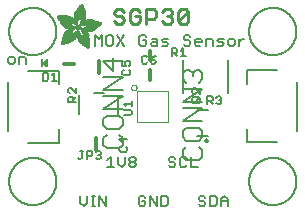
<source format=gbr>
G04 EAGLE Gerber RS-274X export*
G75*
%MOMM*%
%FSLAX34Y34*%
%LPD*%
%INSilkscreen Top*%
%IPPOS*%
%AMOC8*
5,1,8,0,0,1.08239X$1,22.5*%
G01*
%ADD10C,0.152400*%
%ADD11C,0.228600*%
%ADD12C,0.127000*%
%ADD13C,0.100000*%
%ADD14C,0.304800*%
%ADD15C,0.203200*%
%ADD16R,0.050800X0.006300*%
%ADD17R,0.082600X0.006400*%
%ADD18R,0.120600X0.006300*%
%ADD19R,0.139700X0.006400*%
%ADD20R,0.158800X0.006300*%
%ADD21R,0.177800X0.006400*%
%ADD22R,0.196800X0.006300*%
%ADD23R,0.215900X0.006400*%
%ADD24R,0.228600X0.006300*%
%ADD25R,0.241300X0.006400*%
%ADD26R,0.254000X0.006300*%
%ADD27R,0.266700X0.006400*%
%ADD28R,0.279400X0.006300*%
%ADD29R,0.285700X0.006400*%
%ADD30R,0.298400X0.006300*%
%ADD31R,0.311200X0.006400*%
%ADD32R,0.317500X0.006300*%
%ADD33R,0.330200X0.006400*%
%ADD34R,0.336600X0.006300*%
%ADD35R,0.349200X0.006400*%
%ADD36R,0.361900X0.006300*%
%ADD37R,0.368300X0.006400*%
%ADD38R,0.381000X0.006300*%
%ADD39R,0.387300X0.006400*%
%ADD40R,0.393700X0.006300*%
%ADD41R,0.406400X0.006400*%
%ADD42R,0.412700X0.006300*%
%ADD43R,0.419100X0.006400*%
%ADD44R,0.431800X0.006300*%
%ADD45R,0.438100X0.006400*%
%ADD46R,0.450800X0.006300*%
%ADD47R,0.457200X0.006400*%
%ADD48R,0.463500X0.006300*%
%ADD49R,0.476200X0.006400*%
%ADD50R,0.482600X0.006300*%
%ADD51R,0.488900X0.006400*%
%ADD52R,0.501600X0.006300*%
%ADD53R,0.508000X0.006400*%
%ADD54R,0.514300X0.006300*%
%ADD55R,0.527000X0.006400*%
%ADD56R,0.533400X0.006300*%
%ADD57R,0.546100X0.006400*%
%ADD58R,0.552400X0.006300*%
%ADD59R,0.558800X0.006400*%
%ADD60R,0.571500X0.006300*%
%ADD61R,0.577800X0.006400*%
%ADD62R,0.584200X0.006300*%
%ADD63R,0.596900X0.006400*%
%ADD64R,0.603200X0.006300*%
%ADD65R,0.609600X0.006400*%
%ADD66R,0.622300X0.006300*%
%ADD67R,0.628600X0.006400*%
%ADD68R,0.641300X0.006300*%
%ADD69R,0.647700X0.006400*%
%ADD70R,0.063500X0.006300*%
%ADD71R,0.654000X0.006300*%
%ADD72R,0.101600X0.006400*%
%ADD73R,0.666700X0.006400*%
%ADD74R,0.139700X0.006300*%
%ADD75R,0.673100X0.006300*%
%ADD76R,0.165100X0.006400*%
%ADD77R,0.679400X0.006400*%
%ADD78R,0.196900X0.006300*%
%ADD79R,0.692100X0.006300*%
%ADD80R,0.222200X0.006400*%
%ADD81R,0.698500X0.006400*%
%ADD82R,0.247700X0.006300*%
%ADD83R,0.704800X0.006300*%
%ADD84R,0.279400X0.006400*%
%ADD85R,0.717500X0.006400*%
%ADD86R,0.298500X0.006300*%
%ADD87R,0.723900X0.006300*%
%ADD88R,0.736600X0.006400*%
%ADD89R,0.342900X0.006300*%
%ADD90R,0.742900X0.006300*%
%ADD91R,0.374700X0.006400*%
%ADD92R,0.749300X0.006400*%
%ADD93R,0.762000X0.006300*%
%ADD94R,0.412700X0.006400*%
%ADD95R,0.768300X0.006400*%
%ADD96R,0.438100X0.006300*%
%ADD97R,0.774700X0.006300*%
%ADD98R,0.463600X0.006400*%
%ADD99R,0.787400X0.006400*%
%ADD100R,0.793700X0.006300*%
%ADD101R,0.495300X0.006400*%
%ADD102R,0.800100X0.006400*%
%ADD103R,0.520700X0.006300*%
%ADD104R,0.812800X0.006300*%
%ADD105R,0.533400X0.006400*%
%ADD106R,0.819100X0.006400*%
%ADD107R,0.558800X0.006300*%
%ADD108R,0.825500X0.006300*%
%ADD109R,0.577900X0.006400*%
%ADD110R,0.831800X0.006400*%
%ADD111R,0.596900X0.006300*%
%ADD112R,0.844500X0.006300*%
%ADD113R,0.616000X0.006400*%
%ADD114R,0.850900X0.006400*%
%ADD115R,0.635000X0.006300*%
%ADD116R,0.857200X0.006300*%
%ADD117R,0.654100X0.006400*%
%ADD118R,0.863600X0.006400*%
%ADD119R,0.666700X0.006300*%
%ADD120R,0.869900X0.006300*%
%ADD121R,0.685800X0.006400*%
%ADD122R,0.876300X0.006400*%
%ADD123R,0.882600X0.006300*%
%ADD124R,0.723900X0.006400*%
%ADD125R,0.889000X0.006400*%
%ADD126R,0.895300X0.006300*%
%ADD127R,0.755700X0.006400*%
%ADD128R,0.901700X0.006400*%
%ADD129R,0.908000X0.006300*%
%ADD130R,0.793800X0.006400*%
%ADD131R,0.914400X0.006400*%
%ADD132R,0.806400X0.006300*%
%ADD133R,0.920700X0.006300*%
%ADD134R,0.825500X0.006400*%
%ADD135R,0.927100X0.006400*%
%ADD136R,0.933400X0.006300*%
%ADD137R,0.857300X0.006400*%
%ADD138R,0.939800X0.006400*%
%ADD139R,0.870000X0.006300*%
%ADD140R,0.939800X0.006300*%
%ADD141R,0.946100X0.006400*%
%ADD142R,0.952500X0.006300*%
%ADD143R,0.908000X0.006400*%
%ADD144R,0.958800X0.006400*%
%ADD145R,0.965200X0.006300*%
%ADD146R,0.965200X0.006400*%
%ADD147R,0.971500X0.006300*%
%ADD148R,0.952500X0.006400*%
%ADD149R,0.977900X0.006400*%
%ADD150R,0.958800X0.006300*%
%ADD151R,0.984200X0.006300*%
%ADD152R,0.971500X0.006400*%
%ADD153R,0.984200X0.006400*%
%ADD154R,0.990600X0.006300*%
%ADD155R,0.984300X0.006400*%
%ADD156R,0.996900X0.006400*%
%ADD157R,0.997000X0.006300*%
%ADD158R,0.996900X0.006300*%
%ADD159R,1.003300X0.006400*%
%ADD160R,1.016000X0.006300*%
%ADD161R,1.009600X0.006300*%
%ADD162R,1.016000X0.006400*%
%ADD163R,1.009600X0.006400*%
%ADD164R,1.022300X0.006300*%
%ADD165R,1.028700X0.006400*%
%ADD166R,1.035100X0.006300*%
%ADD167R,1.047800X0.006400*%
%ADD168R,1.054100X0.006300*%
%ADD169R,1.028700X0.006300*%
%ADD170R,1.054100X0.006400*%
%ADD171R,1.035000X0.006400*%
%ADD172R,1.060400X0.006300*%
%ADD173R,1.035000X0.006300*%
%ADD174R,1.060500X0.006400*%
%ADD175R,1.041400X0.006400*%
%ADD176R,1.066800X0.006300*%
%ADD177R,1.041400X0.006300*%
%ADD178R,1.079500X0.006400*%
%ADD179R,1.047700X0.006400*%
%ADD180R,1.085900X0.006300*%
%ADD181R,1.047700X0.006300*%
%ADD182R,1.085800X0.006400*%
%ADD183R,1.092200X0.006300*%
%ADD184R,1.085900X0.006400*%
%ADD185R,1.098600X0.006300*%
%ADD186R,1.098600X0.006400*%
%ADD187R,1.060400X0.006400*%
%ADD188R,1.104900X0.006300*%
%ADD189R,1.104900X0.006400*%
%ADD190R,1.066800X0.006400*%
%ADD191R,1.111200X0.006300*%
%ADD192R,1.117600X0.006400*%
%ADD193R,1.117600X0.006300*%
%ADD194R,1.073100X0.006300*%
%ADD195R,1.073100X0.006400*%
%ADD196R,1.124000X0.006300*%
%ADD197R,1.079500X0.006300*%
%ADD198R,1.123900X0.006400*%
%ADD199R,1.130300X0.006300*%
%ADD200R,1.130300X0.006400*%
%ADD201R,1.136700X0.006400*%
%ADD202R,1.136700X0.006300*%
%ADD203R,1.085800X0.006300*%
%ADD204R,1.136600X0.006400*%
%ADD205R,1.136600X0.006300*%
%ADD206R,1.143000X0.006400*%
%ADD207R,1.143000X0.006300*%
%ADD208R,1.149400X0.006300*%
%ADD209R,1.149300X0.006300*%
%ADD210R,1.149300X0.006400*%
%ADD211R,1.149400X0.006400*%
%ADD212R,1.155700X0.006400*%
%ADD213R,1.155700X0.006300*%
%ADD214R,1.060500X0.006300*%
%ADD215R,2.197100X0.006400*%
%ADD216R,2.197100X0.006300*%
%ADD217R,2.184400X0.006300*%
%ADD218R,2.184400X0.006400*%
%ADD219R,2.171700X0.006400*%
%ADD220R,2.171700X0.006300*%
%ADD221R,1.530300X0.006400*%
%ADD222R,1.505000X0.006300*%
%ADD223R,1.492300X0.006400*%
%ADD224R,1.485900X0.006300*%
%ADD225R,0.565200X0.006300*%
%ADD226R,1.473200X0.006400*%
%ADD227R,0.565200X0.006400*%
%ADD228R,1.460500X0.006300*%
%ADD229R,1.454100X0.006400*%
%ADD230R,0.552400X0.006400*%
%ADD231R,1.441500X0.006300*%
%ADD232R,0.546100X0.006300*%
%ADD233R,1.435100X0.006400*%
%ADD234R,0.539800X0.006400*%
%ADD235R,1.428800X0.006300*%
%ADD236R,1.422400X0.006400*%
%ADD237R,1.409700X0.006300*%
%ADD238R,0.527100X0.006300*%
%ADD239R,1.403300X0.006400*%
%ADD240R,0.527100X0.006400*%
%ADD241R,1.390700X0.006300*%
%ADD242R,1.384300X0.006400*%
%ADD243R,0.520700X0.006400*%
%ADD244R,1.384300X0.006300*%
%ADD245R,0.514400X0.006300*%
%ADD246R,1.371600X0.006400*%
%ADD247R,1.365200X0.006300*%
%ADD248R,0.508000X0.006300*%
%ADD249R,1.352600X0.006400*%
%ADD250R,0.501700X0.006400*%
%ADD251R,0.711200X0.006300*%
%ADD252R,0.603300X0.006300*%
%ADD253R,0.501700X0.006300*%
%ADD254R,0.692100X0.006400*%
%ADD255R,0.571500X0.006400*%
%ADD256R,0.679400X0.006300*%
%ADD257R,0.495300X0.006300*%
%ADD258R,0.673100X0.006400*%
%ADD259R,0.666800X0.006300*%
%ADD260R,0.488900X0.006300*%
%ADD261R,0.660400X0.006400*%
%ADD262R,0.482600X0.006400*%
%ADD263R,0.476200X0.006300*%
%ADD264R,0.654000X0.006400*%
%ADD265R,0.469900X0.006400*%
%ADD266R,0.476300X0.006400*%
%ADD267R,0.647700X0.006300*%
%ADD268R,0.457200X0.006300*%
%ADD269R,0.469900X0.006300*%
%ADD270R,0.641300X0.006400*%
%ADD271R,0.444500X0.006400*%
%ADD272R,0.463600X0.006300*%
%ADD273R,0.635000X0.006400*%
%ADD274R,0.463500X0.006400*%
%ADD275R,0.393700X0.006400*%
%ADD276R,0.450800X0.006400*%
%ADD277R,0.628600X0.006300*%
%ADD278R,0.387400X0.006300*%
%ADD279R,0.450900X0.006300*%
%ADD280R,0.628700X0.006400*%
%ADD281R,0.374600X0.006400*%
%ADD282R,0.368300X0.006300*%
%ADD283R,0.438200X0.006300*%
%ADD284R,0.622300X0.006400*%
%ADD285R,0.355600X0.006400*%
%ADD286R,0.431800X0.006400*%
%ADD287R,0.349300X0.006300*%
%ADD288R,0.425400X0.006300*%
%ADD289R,0.615900X0.006300*%
%ADD290R,0.330200X0.006300*%
%ADD291R,0.419100X0.006300*%
%ADD292R,0.616000X0.006300*%
%ADD293R,0.311200X0.006300*%
%ADD294R,0.406400X0.006300*%
%ADD295R,0.615900X0.006400*%
%ADD296R,0.304800X0.006400*%
%ADD297R,0.158800X0.006400*%
%ADD298R,0.609600X0.006300*%
%ADD299R,0.292100X0.006300*%
%ADD300R,0.235000X0.006300*%
%ADD301R,0.387400X0.006400*%
%ADD302R,0.292100X0.006400*%
%ADD303R,0.336500X0.006300*%
%ADD304R,0.260400X0.006300*%
%ADD305R,0.603300X0.006400*%
%ADD306R,0.260400X0.006400*%
%ADD307R,0.362000X0.006400*%
%ADD308R,0.450900X0.006400*%
%ADD309R,0.355600X0.006300*%
%ADD310R,0.342900X0.006400*%
%ADD311R,0.514300X0.006400*%
%ADD312R,0.234900X0.006300*%
%ADD313R,0.539700X0.006300*%
%ADD314R,0.603200X0.006400*%
%ADD315R,0.234900X0.006400*%
%ADD316R,0.920700X0.006400*%
%ADD317R,0.958900X0.006400*%
%ADD318R,0.215900X0.006300*%
%ADD319R,0.209600X0.006400*%
%ADD320R,0.203200X0.006300*%
%ADD321R,1.003300X0.006300*%
%ADD322R,0.203200X0.006400*%
%ADD323R,0.196900X0.006400*%
%ADD324R,0.190500X0.006300*%
%ADD325R,0.190500X0.006400*%
%ADD326R,0.184200X0.006300*%
%ADD327R,0.590500X0.006400*%
%ADD328R,0.184200X0.006400*%
%ADD329R,0.590500X0.006300*%
%ADD330R,0.177800X0.006300*%
%ADD331R,0.584200X0.006400*%
%ADD332R,1.168400X0.006400*%
%ADD333R,0.171500X0.006300*%
%ADD334R,1.187500X0.006300*%
%ADD335R,1.200100X0.006400*%
%ADD336R,0.577800X0.006300*%
%ADD337R,1.212900X0.006300*%
%ADD338R,1.231900X0.006400*%
%ADD339R,1.250900X0.006300*%
%ADD340R,0.565100X0.006400*%
%ADD341R,0.184100X0.006400*%
%ADD342R,1.263700X0.006400*%
%ADD343R,0.565100X0.006300*%
%ADD344R,1.289100X0.006300*%
%ADD345R,1.314400X0.006400*%
%ADD346R,0.552500X0.006300*%
%ADD347R,1.568500X0.006300*%
%ADD348R,0.552500X0.006400*%
%ADD349R,1.581200X0.006400*%
%ADD350R,1.593800X0.006300*%
%ADD351R,1.606500X0.006400*%
%ADD352R,1.619300X0.006300*%
%ADD353R,0.514400X0.006400*%
%ADD354R,1.638300X0.006400*%
%ADD355R,1.657300X0.006300*%
%ADD356R,2.209800X0.006400*%
%ADD357R,2.425700X0.006300*%
%ADD358R,2.470100X0.006400*%
%ADD359R,2.501900X0.006300*%
%ADD360R,2.533700X0.006400*%
%ADD361R,2.559000X0.006300*%
%ADD362R,2.584500X0.006400*%
%ADD363R,2.609900X0.006300*%
%ADD364R,2.628900X0.006400*%
%ADD365R,2.660600X0.006300*%
%ADD366R,2.673400X0.006400*%
%ADD367R,1.422400X0.006300*%
%ADD368R,1.200200X0.006300*%
%ADD369R,1.365300X0.006300*%
%ADD370R,1.365300X0.006400*%
%ADD371R,1.352500X0.006300*%
%ADD372R,1.098500X0.006300*%
%ADD373R,1.358900X0.006400*%
%ADD374R,1.352600X0.006300*%
%ADD375R,1.358900X0.006300*%
%ADD376R,1.371600X0.006300*%
%ADD377R,1.377900X0.006400*%
%ADD378R,1.397000X0.006400*%
%ADD379R,1.403300X0.006300*%
%ADD380R,0.914400X0.006300*%
%ADD381R,0.876300X0.006300*%
%ADD382R,0.374600X0.006300*%
%ADD383R,1.073200X0.006400*%
%ADD384R,0.374700X0.006300*%
%ADD385R,0.844600X0.006400*%
%ADD386R,0.844600X0.006300*%
%ADD387R,0.831900X0.006400*%
%ADD388R,1.092200X0.006400*%
%ADD389R,0.400000X0.006300*%
%ADD390R,0.819200X0.006400*%
%ADD391R,1.111300X0.006400*%
%ADD392R,0.812800X0.006400*%
%ADD393R,0.800100X0.006300*%
%ADD394R,0.476300X0.006300*%
%ADD395R,1.181100X0.006300*%
%ADD396R,0.501600X0.006400*%
%ADD397R,1.193800X0.006400*%
%ADD398R,0.781000X0.006400*%
%ADD399R,1.238200X0.006400*%
%ADD400R,0.781100X0.006300*%
%ADD401R,1.257300X0.006300*%
%ADD402R,1.295400X0.006400*%
%ADD403R,1.333500X0.006300*%
%ADD404R,0.774700X0.006400*%
%ADD405R,1.866900X0.006400*%
%ADD406R,0.209600X0.006300*%
%ADD407R,1.866900X0.006300*%
%ADD408R,0.768400X0.006400*%
%ADD409R,0.209500X0.006400*%
%ADD410R,1.860600X0.006400*%
%ADD411R,0.762000X0.006400*%
%ADD412R,0.768400X0.006300*%
%ADD413R,1.860600X0.006300*%
%ADD414R,1.860500X0.006400*%
%ADD415R,0.222300X0.006300*%
%ADD416R,1.854200X0.006300*%
%ADD417R,0.235000X0.006400*%
%ADD418R,1.854200X0.006400*%
%ADD419R,0.768300X0.006300*%
%ADD420R,0.260300X0.006400*%
%ADD421R,1.847800X0.006400*%
%ADD422R,0.266700X0.006300*%
%ADD423R,1.847800X0.006300*%
%ADD424R,0.273100X0.006400*%
%ADD425R,1.841500X0.006400*%
%ADD426R,0.285800X0.006300*%
%ADD427R,1.841500X0.006300*%
%ADD428R,0.298500X0.006400*%
%ADD429R,1.835100X0.006400*%
%ADD430R,0.781000X0.006300*%
%ADD431R,0.304800X0.006300*%
%ADD432R,1.835100X0.006300*%
%ADD433R,0.317500X0.006400*%
%ADD434R,1.828800X0.006400*%
%ADD435R,0.787400X0.006300*%
%ADD436R,0.323800X0.006300*%
%ADD437R,1.828800X0.006300*%
%ADD438R,0.793700X0.006400*%
%ADD439R,1.822400X0.006400*%
%ADD440R,0.806500X0.006300*%
%ADD441R,1.822400X0.006300*%
%ADD442R,1.816100X0.006400*%
%ADD443R,0.819100X0.006300*%
%ADD444R,0.387300X0.006300*%
%ADD445R,1.816100X0.006300*%
%ADD446R,1.809800X0.006400*%
%ADD447R,1.803400X0.006300*%
%ADD448R,1.797000X0.006400*%
%ADD449R,0.901700X0.006300*%
%ADD450R,1.797000X0.006300*%
%ADD451R,1.441400X0.006400*%
%ADD452R,1.790700X0.006400*%
%ADD453R,1.447800X0.006300*%
%ADD454R,1.784300X0.006300*%
%ADD455R,1.447800X0.006400*%
%ADD456R,1.784300X0.006400*%
%ADD457R,1.454100X0.006300*%
%ADD458R,1.771700X0.006300*%
%ADD459R,1.460500X0.006400*%
%ADD460R,1.759000X0.006400*%
%ADD461R,1.466800X0.006300*%
%ADD462R,1.752600X0.006300*%
%ADD463R,1.466800X0.006400*%
%ADD464R,1.739900X0.006400*%
%ADD465R,1.473200X0.006300*%
%ADD466R,1.727200X0.006300*%
%ADD467R,1.479500X0.006400*%
%ADD468R,1.714500X0.006400*%
%ADD469R,1.695400X0.006300*%
%ADD470R,1.485900X0.006400*%
%ADD471R,1.682700X0.006400*%
%ADD472R,1.492200X0.006300*%
%ADD473R,1.663700X0.006300*%
%ADD474R,1.498600X0.006400*%
%ADD475R,1.644600X0.006400*%
%ADD476R,1.498600X0.006300*%
%ADD477R,1.619200X0.006300*%
%ADD478R,1.511300X0.006400*%
%ADD479R,1.600200X0.006400*%
%ADD480R,1.517700X0.006300*%
%ADD481R,1.574800X0.006300*%
%ADD482R,1.524000X0.006400*%
%ADD483R,1.555800X0.006400*%
%ADD484R,1.524000X0.006300*%
%ADD485R,1.536700X0.006300*%
%ADD486R,1.530400X0.006400*%
%ADD487R,1.517700X0.006400*%
%ADD488R,1.492300X0.006300*%
%ADD489R,1.549400X0.006400*%
%ADD490R,1.479600X0.006400*%
%ADD491R,1.549400X0.006300*%
%ADD492R,1.555700X0.006400*%
%ADD493R,1.562100X0.006300*%
%ADD494R,0.323900X0.006300*%
%ADD495R,1.568400X0.006400*%
%ADD496R,0.336600X0.006400*%
%ADD497R,1.587500X0.006300*%
%ADD498R,0.971600X0.006300*%
%ADD499R,0.349300X0.006400*%
%ADD500R,1.600200X0.006300*%
%ADD501R,0.920800X0.006300*%
%ADD502R,0.882700X0.006400*%
%ADD503R,1.612900X0.006300*%
%ADD504R,0.362000X0.006300*%
%ADD505R,1.625600X0.006400*%
%ADD506R,1.625600X0.006300*%
%ADD507R,1.644600X0.006300*%
%ADD508R,0.736600X0.006300*%
%ADD509R,0.717600X0.006400*%
%ADD510R,1.657400X0.006300*%
%ADD511R,0.679500X0.006300*%
%ADD512R,1.663700X0.006400*%
%ADD513R,0.400000X0.006400*%
%ADD514R,1.676400X0.006300*%
%ADD515R,1.676400X0.006400*%
%ADD516R,0.425500X0.006400*%
%ADD517R,1.352500X0.006400*%
%ADD518R,0.444500X0.006300*%
%ADD519R,0.361900X0.006400*%
%ADD520R,0.088900X0.006300*%
%ADD521R,1.009700X0.006300*%
%ADD522R,1.009700X0.006400*%
%ADD523R,1.022300X0.006400*%
%ADD524R,1.346200X0.006400*%
%ADD525R,1.346200X0.006300*%
%ADD526R,1.339900X0.006400*%
%ADD527R,1.035100X0.006400*%
%ADD528R,1.339800X0.006300*%
%ADD529R,1.333500X0.006400*%
%ADD530R,1.327200X0.006400*%
%ADD531R,1.320800X0.006300*%
%ADD532R,1.314500X0.006400*%
%ADD533R,1.314400X0.006300*%
%ADD534R,1.301700X0.006400*%
%ADD535R,1.295400X0.006300*%
%ADD536R,1.289000X0.006400*%
%ADD537R,1.276300X0.006300*%
%ADD538R,1.251000X0.006300*%
%ADD539R,1.244600X0.006400*%
%ADD540R,1.231900X0.006300*%
%ADD541R,1.212800X0.006400*%
%ADD542R,1.200100X0.006300*%
%ADD543R,1.187400X0.006400*%
%ADD544R,1.168400X0.006300*%
%ADD545R,1.047800X0.006300*%
%ADD546R,0.977900X0.006300*%
%ADD547R,0.946200X0.006400*%
%ADD548R,0.933400X0.006400*%
%ADD549R,0.895300X0.006400*%
%ADD550R,0.882700X0.006300*%
%ADD551R,0.863600X0.006300*%
%ADD552R,0.857200X0.006400*%
%ADD553R,0.850900X0.006300*%
%ADD554R,0.838200X0.006300*%
%ADD555R,0.806500X0.006400*%
%ADD556R,0.717600X0.006300*%
%ADD557R,0.711200X0.006400*%
%ADD558R,0.641400X0.006400*%
%ADD559R,0.641400X0.006300*%
%ADD560R,0.628700X0.006300*%
%ADD561R,0.590600X0.006300*%
%ADD562R,0.539700X0.006400*%
%ADD563R,0.285700X0.006300*%
%ADD564R,0.222200X0.006300*%
%ADD565R,0.171400X0.006300*%
%ADD566R,0.152400X0.006400*%
%ADD567R,0.133400X0.006300*%
%ADD568R,0.127000X0.762000*%

G36*
X37348Y122433D02*
X37348Y122433D01*
X37377Y122430D01*
X37469Y122450D01*
X37562Y122463D01*
X37589Y122476D01*
X37618Y122482D01*
X37698Y122530D01*
X37782Y122572D01*
X37803Y122593D01*
X37829Y122608D01*
X37890Y122680D01*
X37956Y122746D01*
X37969Y122772D01*
X37989Y122795D01*
X38024Y122882D01*
X38066Y122966D01*
X38070Y122996D01*
X38081Y123023D01*
X38099Y123190D01*
X38099Y128270D01*
X38094Y128299D01*
X38097Y128329D01*
X38075Y128420D01*
X38060Y128513D01*
X38046Y128539D01*
X38039Y128568D01*
X37988Y128647D01*
X37944Y128730D01*
X37923Y128751D01*
X37907Y128776D01*
X37834Y128835D01*
X37766Y128900D01*
X37739Y128912D01*
X37716Y128931D01*
X37628Y128964D01*
X37543Y129003D01*
X37513Y129006D01*
X37486Y129017D01*
X37392Y129020D01*
X37299Y129030D01*
X37269Y129024D01*
X37240Y129025D01*
X37150Y128998D01*
X37058Y128978D01*
X37033Y128963D01*
X37004Y128954D01*
X36862Y128864D01*
X33687Y126324D01*
X33618Y126247D01*
X33545Y126174D01*
X33536Y126157D01*
X33523Y126142D01*
X33481Y126046D01*
X33435Y125954D01*
X33433Y125934D01*
X33425Y125916D01*
X33416Y125813D01*
X33402Y125710D01*
X33406Y125691D01*
X33404Y125671D01*
X33429Y125570D01*
X33448Y125468D01*
X33458Y125451D01*
X33462Y125432D01*
X33518Y125345D01*
X33569Y125254D01*
X33586Y125237D01*
X33594Y125224D01*
X33619Y125204D01*
X33687Y125136D01*
X36862Y122596D01*
X36888Y122581D01*
X36910Y122561D01*
X36995Y122521D01*
X37077Y122475D01*
X37106Y122469D01*
X37133Y122457D01*
X37226Y122447D01*
X37318Y122429D01*
X37348Y122433D01*
G37*
D10*
X65758Y13215D02*
X65758Y7453D01*
X68640Y4572D01*
X71521Y7453D01*
X71521Y13215D01*
X75114Y4572D02*
X77995Y4572D01*
X76554Y4572D02*
X76554Y13215D01*
X75114Y13215D02*
X77995Y13215D01*
X81350Y13215D02*
X81350Y4572D01*
X87113Y4572D02*
X81350Y13215D01*
X87113Y13215D02*
X87113Y4572D01*
X88329Y43354D02*
X91210Y46235D01*
X91210Y37592D01*
X88329Y37592D02*
X94091Y37592D01*
X97684Y40473D02*
X97684Y46235D01*
X97684Y40473D02*
X100566Y37592D01*
X103447Y40473D01*
X103447Y46235D01*
X107040Y44795D02*
X108480Y46235D01*
X111361Y46235D01*
X112802Y44795D01*
X112802Y43354D01*
X111361Y41914D01*
X112802Y40473D01*
X112802Y39033D01*
X111361Y37592D01*
X108480Y37592D01*
X107040Y39033D01*
X107040Y40473D01*
X108480Y41914D01*
X107040Y43354D01*
X107040Y44795D01*
X108480Y41914D02*
X111361Y41914D01*
X119321Y13215D02*
X120761Y11775D01*
X119321Y13215D02*
X116440Y13215D01*
X114999Y11775D01*
X114999Y6013D01*
X116440Y4572D01*
X119321Y4572D01*
X120761Y6013D01*
X120761Y8894D01*
X117880Y8894D01*
X124354Y13215D02*
X124354Y4572D01*
X130117Y4572D02*
X124354Y13215D01*
X130117Y13215D02*
X130117Y4572D01*
X133710Y4572D02*
X133710Y13215D01*
X133710Y4572D02*
X138031Y4572D01*
X139472Y6013D01*
X139472Y11775D01*
X138031Y13215D01*
X133710Y13215D01*
X146161Y44795D02*
X144721Y46235D01*
X141840Y46235D01*
X140399Y44795D01*
X140399Y43354D01*
X141840Y41914D01*
X144721Y41914D01*
X146161Y40473D01*
X146161Y39033D01*
X144721Y37592D01*
X141840Y37592D01*
X140399Y39033D01*
X154076Y46235D02*
X155517Y44795D01*
X154076Y46235D02*
X151195Y46235D01*
X149754Y44795D01*
X149754Y39033D01*
X151195Y37592D01*
X154076Y37592D01*
X155517Y39033D01*
X159110Y37592D02*
X159110Y46235D01*
X159110Y37592D02*
X164872Y37592D01*
X170121Y13215D02*
X171561Y11775D01*
X170121Y13215D02*
X167240Y13215D01*
X165799Y11775D01*
X165799Y10334D01*
X167240Y8894D01*
X170121Y8894D01*
X171561Y7453D01*
X171561Y6013D01*
X170121Y4572D01*
X167240Y4572D01*
X165799Y6013D01*
X175154Y4572D02*
X175154Y13215D01*
X175154Y4572D02*
X179476Y4572D01*
X180917Y6013D01*
X180917Y11775D01*
X179476Y13215D01*
X175154Y13215D01*
X184510Y10334D02*
X184510Y4572D01*
X184510Y10334D02*
X187391Y13215D01*
X190272Y10334D01*
X190272Y4572D01*
X190272Y8894D02*
X184510Y8894D01*
D11*
X102535Y169258D02*
X100459Y171334D01*
X96307Y171334D01*
X94230Y169258D01*
X94230Y167181D01*
X96307Y165105D01*
X100459Y165105D01*
X102535Y163029D01*
X102535Y160953D01*
X100459Y158877D01*
X96307Y158877D01*
X94230Y160953D01*
X114024Y171334D02*
X116100Y169258D01*
X114024Y171334D02*
X109872Y171334D01*
X107795Y169258D01*
X107795Y160953D01*
X109872Y158877D01*
X114024Y158877D01*
X116100Y160953D01*
X116100Y165105D01*
X111948Y165105D01*
X121361Y158877D02*
X121361Y171334D01*
X127589Y171334D01*
X129665Y169258D01*
X129665Y165105D01*
X127589Y163029D01*
X121361Y163029D01*
X134926Y169258D02*
X137002Y171334D01*
X141154Y171334D01*
X143230Y169258D01*
X143230Y167181D01*
X141154Y165105D01*
X139078Y165105D01*
X141154Y165105D02*
X143230Y163029D01*
X143230Y160953D01*
X141154Y158877D01*
X137002Y158877D01*
X134926Y160953D01*
X148491Y160953D02*
X148491Y169258D01*
X150567Y171334D01*
X154719Y171334D01*
X156795Y169258D01*
X156795Y160953D01*
X154719Y158877D01*
X150567Y158877D01*
X148491Y160953D01*
X156795Y169258D01*
D10*
X78295Y149105D02*
X78295Y140462D01*
X81176Y146224D02*
X78295Y149105D01*
X81176Y146224D02*
X84058Y149105D01*
X84058Y140462D01*
X89091Y149105D02*
X91972Y149105D01*
X89091Y149105D02*
X87650Y147665D01*
X87650Y141903D01*
X89091Y140462D01*
X91972Y140462D01*
X93413Y141903D01*
X93413Y147665D01*
X91972Y149105D01*
X97006Y149105D02*
X102768Y140462D01*
X97006Y140462D02*
X102768Y149105D01*
X120038Y149105D02*
X121478Y147665D01*
X120038Y149105D02*
X117157Y149105D01*
X115716Y147665D01*
X115716Y141903D01*
X117157Y140462D01*
X120038Y140462D01*
X121478Y141903D01*
X121478Y144784D01*
X118597Y144784D01*
X126512Y146224D02*
X129393Y146224D01*
X130833Y144784D01*
X130833Y140462D01*
X126512Y140462D01*
X125071Y141903D01*
X126512Y143343D01*
X130833Y143343D01*
X134426Y140462D02*
X138748Y140462D01*
X140189Y141903D01*
X138748Y143343D01*
X135867Y143343D01*
X134426Y144784D01*
X135867Y146224D01*
X140189Y146224D01*
X157458Y149105D02*
X158899Y147665D01*
X157458Y149105D02*
X154577Y149105D01*
X153137Y147665D01*
X153137Y146224D01*
X154577Y144784D01*
X157458Y144784D01*
X158899Y143343D01*
X158899Y141903D01*
X157458Y140462D01*
X154577Y140462D01*
X153137Y141903D01*
X163933Y140462D02*
X166814Y140462D01*
X163933Y140462D02*
X162492Y141903D01*
X162492Y144784D01*
X163933Y146224D01*
X166814Y146224D01*
X168254Y144784D01*
X168254Y143343D01*
X162492Y143343D01*
X171847Y140462D02*
X171847Y146224D01*
X176169Y146224D01*
X177609Y144784D01*
X177609Y140462D01*
X181202Y140462D02*
X185524Y140462D01*
X186965Y141903D01*
X185524Y143343D01*
X182643Y143343D01*
X181202Y144784D01*
X182643Y146224D01*
X186965Y146224D01*
X191998Y140462D02*
X194879Y140462D01*
X196320Y141903D01*
X196320Y144784D01*
X194879Y146224D01*
X191998Y146224D01*
X190558Y144784D01*
X190558Y141903D01*
X191998Y140462D01*
X199913Y140462D02*
X199913Y146224D01*
X199913Y143343D02*
X202794Y146224D01*
X204234Y146224D01*
D12*
X8894Y125095D02*
X5928Y125095D01*
X8894Y125095D02*
X10377Y126578D01*
X10377Y129544D01*
X8894Y131027D01*
X5928Y131027D01*
X4445Y129544D01*
X4445Y126578D01*
X5928Y125095D01*
X13800Y125095D02*
X13800Y131027D01*
X18249Y131027D01*
X19732Y129544D01*
X19732Y125095D01*
D13*
X114000Y101900D02*
X140000Y101900D01*
X140000Y75900D01*
X114000Y75900D01*
X114000Y101900D01*
X108764Y104900D02*
X108766Y104994D01*
X108772Y105088D01*
X108782Y105182D01*
X108796Y105275D01*
X108814Y105368D01*
X108835Y105460D01*
X108861Y105550D01*
X108890Y105640D01*
X108923Y105728D01*
X108960Y105815D01*
X109000Y105900D01*
X109044Y105984D01*
X109092Y106065D01*
X109142Y106145D01*
X109197Y106222D01*
X109254Y106297D01*
X109314Y106369D01*
X109378Y106439D01*
X109444Y106506D01*
X109513Y106570D01*
X109585Y106631D01*
X109659Y106689D01*
X109736Y106744D01*
X109815Y106796D01*
X109896Y106844D01*
X109979Y106889D01*
X110063Y106930D01*
X110150Y106968D01*
X110238Y107002D01*
X110327Y107032D01*
X110417Y107059D01*
X110509Y107081D01*
X110601Y107100D01*
X110695Y107115D01*
X110788Y107126D01*
X110882Y107133D01*
X110976Y107136D01*
X111071Y107135D01*
X111165Y107130D01*
X111259Y107121D01*
X111352Y107108D01*
X111445Y107091D01*
X111537Y107071D01*
X111628Y107046D01*
X111718Y107018D01*
X111806Y106986D01*
X111894Y106950D01*
X111979Y106910D01*
X112063Y106867D01*
X112145Y106821D01*
X112225Y106771D01*
X112303Y106717D01*
X112378Y106661D01*
X112451Y106601D01*
X112522Y106538D01*
X112589Y106473D01*
X112654Y106404D01*
X112716Y106333D01*
X112775Y106260D01*
X112831Y106184D01*
X112883Y106105D01*
X112932Y106025D01*
X112978Y105942D01*
X113020Y105858D01*
X113059Y105772D01*
X113094Y105684D01*
X113125Y105595D01*
X113153Y105505D01*
X113176Y105414D01*
X113196Y105322D01*
X113212Y105229D01*
X113224Y105135D01*
X113232Y105041D01*
X113236Y104947D01*
X113236Y104853D01*
X113232Y104759D01*
X113224Y104665D01*
X113212Y104571D01*
X113196Y104478D01*
X113176Y104386D01*
X113153Y104295D01*
X113125Y104205D01*
X113094Y104116D01*
X113059Y104028D01*
X113020Y103942D01*
X112978Y103858D01*
X112932Y103775D01*
X112883Y103695D01*
X112831Y103616D01*
X112775Y103540D01*
X112716Y103467D01*
X112654Y103396D01*
X112589Y103327D01*
X112522Y103262D01*
X112451Y103199D01*
X112378Y103139D01*
X112303Y103083D01*
X112225Y103029D01*
X112145Y102979D01*
X112063Y102933D01*
X111979Y102890D01*
X111894Y102850D01*
X111806Y102814D01*
X111718Y102782D01*
X111628Y102754D01*
X111537Y102729D01*
X111445Y102709D01*
X111352Y102692D01*
X111259Y102679D01*
X111165Y102670D01*
X111071Y102665D01*
X110976Y102664D01*
X110882Y102667D01*
X110788Y102674D01*
X110695Y102685D01*
X110601Y102700D01*
X110509Y102719D01*
X110417Y102741D01*
X110327Y102768D01*
X110238Y102798D01*
X110150Y102832D01*
X110063Y102870D01*
X109979Y102911D01*
X109896Y102956D01*
X109815Y103004D01*
X109736Y103056D01*
X109659Y103111D01*
X109585Y103169D01*
X109513Y103230D01*
X109444Y103294D01*
X109378Y103361D01*
X109314Y103431D01*
X109254Y103503D01*
X109197Y103578D01*
X109142Y103655D01*
X109092Y103735D01*
X109044Y103816D01*
X109000Y103900D01*
X108960Y103985D01*
X108923Y104072D01*
X108890Y104160D01*
X108861Y104250D01*
X108835Y104340D01*
X108814Y104432D01*
X108796Y104525D01*
X108782Y104618D01*
X108772Y104712D01*
X108766Y104806D01*
X108764Y104900D01*
D14*
X78740Y62230D02*
X78740Y52070D01*
D10*
X98546Y53869D02*
X99648Y54970D01*
X98546Y53869D02*
X98546Y51665D01*
X99648Y50564D01*
X104054Y50564D01*
X105156Y51665D01*
X105156Y53869D01*
X104054Y54970D01*
X105156Y61353D02*
X98546Y61353D01*
X101851Y58048D01*
X101851Y62454D01*
D15*
X64780Y82170D02*
X64780Y98170D01*
X97780Y98170D02*
X97780Y82170D01*
X85280Y100670D02*
X77280Y100670D01*
D10*
X102356Y81584D02*
X107864Y81584D01*
X108966Y82685D01*
X108966Y84889D01*
X107864Y85990D01*
X102356Y85990D01*
X104560Y89068D02*
X102356Y91271D01*
X108966Y91271D01*
X108966Y89068D02*
X108966Y93474D01*
D14*
X81280Y116840D02*
X81280Y127000D01*
D10*
X101086Y118639D02*
X102188Y119740D01*
X101086Y118639D02*
X101086Y116435D01*
X102188Y115334D01*
X106594Y115334D01*
X107696Y116435D01*
X107696Y118639D01*
X106594Y119740D01*
X101086Y122818D02*
X101086Y127224D01*
X101086Y122818D02*
X104391Y122818D01*
X103290Y125021D01*
X103290Y126123D01*
X104391Y127224D01*
X106594Y127224D01*
X107696Y126123D01*
X107696Y123919D01*
X106594Y122818D01*
D14*
X124460Y119570D02*
X124460Y111570D01*
D10*
X122008Y130730D02*
X120907Y131832D01*
X118704Y131832D01*
X117602Y130730D01*
X117602Y126324D01*
X118704Y125222D01*
X120907Y125222D01*
X122008Y126324D01*
X127289Y130730D02*
X129493Y131832D01*
X127289Y130730D02*
X125086Y128527D01*
X125086Y126324D01*
X126188Y125222D01*
X128391Y125222D01*
X129493Y126324D01*
X129493Y127425D01*
X128391Y128527D01*
X125086Y128527D01*
D15*
X152450Y128300D02*
X152450Y100300D01*
X190450Y100300D02*
X190450Y128300D01*
D10*
X173244Y97544D02*
X173244Y90934D01*
X173244Y97544D02*
X176549Y97544D01*
X177650Y96442D01*
X177650Y94239D01*
X176549Y93137D01*
X173244Y93137D01*
X175447Y93137D02*
X177650Y90934D01*
X180728Y96442D02*
X181829Y97544D01*
X184033Y97544D01*
X185134Y96442D01*
X185134Y95340D01*
X184033Y94239D01*
X182931Y94239D01*
X184033Y94239D02*
X185134Y93137D01*
X185134Y92036D01*
X184033Y90934D01*
X181829Y90934D01*
X180728Y92036D01*
D15*
X173410Y63930D02*
X164410Y63930D01*
X164410Y85930D02*
X173410Y85930D01*
X171410Y59930D02*
X171412Y59993D01*
X171418Y60055D01*
X171428Y60117D01*
X171441Y60179D01*
X171459Y60239D01*
X171480Y60298D01*
X171505Y60356D01*
X171534Y60412D01*
X171566Y60466D01*
X171601Y60518D01*
X171639Y60567D01*
X171681Y60615D01*
X171725Y60659D01*
X171773Y60701D01*
X171822Y60739D01*
X171874Y60774D01*
X171928Y60806D01*
X171984Y60835D01*
X172042Y60860D01*
X172101Y60881D01*
X172161Y60899D01*
X172223Y60912D01*
X172285Y60922D01*
X172347Y60928D01*
X172410Y60930D01*
X172473Y60928D01*
X172535Y60922D01*
X172597Y60912D01*
X172659Y60899D01*
X172719Y60881D01*
X172778Y60860D01*
X172836Y60835D01*
X172892Y60806D01*
X172946Y60774D01*
X172998Y60739D01*
X173047Y60701D01*
X173095Y60659D01*
X173139Y60615D01*
X173181Y60567D01*
X173219Y60518D01*
X173254Y60466D01*
X173286Y60412D01*
X173315Y60356D01*
X173340Y60298D01*
X173361Y60239D01*
X173379Y60179D01*
X173392Y60117D01*
X173402Y60055D01*
X173408Y59993D01*
X173410Y59930D01*
X173408Y59867D01*
X173402Y59805D01*
X173392Y59743D01*
X173379Y59681D01*
X173361Y59621D01*
X173340Y59562D01*
X173315Y59504D01*
X173286Y59448D01*
X173254Y59394D01*
X173219Y59342D01*
X173181Y59293D01*
X173139Y59245D01*
X173095Y59201D01*
X173047Y59159D01*
X172998Y59121D01*
X172946Y59086D01*
X172892Y59054D01*
X172836Y59025D01*
X172778Y59000D01*
X172719Y58979D01*
X172659Y58961D01*
X172597Y58948D01*
X172535Y58938D01*
X172473Y58932D01*
X172410Y58930D01*
X172347Y58932D01*
X172285Y58938D01*
X172223Y58948D01*
X172161Y58961D01*
X172101Y58979D01*
X172042Y59000D01*
X171984Y59025D01*
X171928Y59054D01*
X171874Y59086D01*
X171822Y59121D01*
X171773Y59159D01*
X171725Y59201D01*
X171681Y59245D01*
X171639Y59293D01*
X171601Y59342D01*
X171566Y59394D01*
X171534Y59448D01*
X171505Y59504D01*
X171480Y59562D01*
X171459Y59621D01*
X171441Y59681D01*
X171428Y59743D01*
X171418Y59805D01*
X171412Y59867D01*
X171410Y59930D01*
D10*
X165776Y92202D02*
X161370Y92202D01*
X160268Y93304D01*
X160268Y95507D01*
X161370Y96608D01*
X165776Y96608D01*
X166878Y95507D01*
X166878Y93304D01*
X165776Y92202D01*
X164675Y94405D02*
X166878Y96608D01*
X166878Y99686D02*
X166878Y104093D01*
X162472Y104093D02*
X166878Y99686D01*
X162472Y104093D02*
X161370Y104093D01*
X160268Y102991D01*
X160268Y100788D01*
X161370Y99686D01*
D15*
X5400Y152400D02*
X5406Y152891D01*
X5424Y153381D01*
X5454Y153871D01*
X5496Y154360D01*
X5550Y154848D01*
X5616Y155335D01*
X5694Y155819D01*
X5784Y156302D01*
X5886Y156782D01*
X5999Y157260D01*
X6124Y157734D01*
X6261Y158206D01*
X6409Y158674D01*
X6569Y159138D01*
X6740Y159598D01*
X6922Y160054D01*
X7116Y160505D01*
X7320Y160951D01*
X7536Y161392D01*
X7762Y161828D01*
X7998Y162258D01*
X8245Y162682D01*
X8503Y163100D01*
X8771Y163511D01*
X9048Y163916D01*
X9336Y164314D01*
X9633Y164705D01*
X9940Y165088D01*
X10256Y165463D01*
X10581Y165831D01*
X10915Y166191D01*
X11258Y166542D01*
X11609Y166885D01*
X11969Y167219D01*
X12337Y167544D01*
X12712Y167860D01*
X13095Y168167D01*
X13486Y168464D01*
X13884Y168752D01*
X14289Y169029D01*
X14700Y169297D01*
X15118Y169555D01*
X15542Y169802D01*
X15972Y170038D01*
X16408Y170264D01*
X16849Y170480D01*
X17295Y170684D01*
X17746Y170878D01*
X18202Y171060D01*
X18662Y171231D01*
X19126Y171391D01*
X19594Y171539D01*
X20066Y171676D01*
X20540Y171801D01*
X21018Y171914D01*
X21498Y172016D01*
X21981Y172106D01*
X22465Y172184D01*
X22952Y172250D01*
X23440Y172304D01*
X23929Y172346D01*
X24419Y172376D01*
X24909Y172394D01*
X25400Y172400D01*
X25891Y172394D01*
X26381Y172376D01*
X26871Y172346D01*
X27360Y172304D01*
X27848Y172250D01*
X28335Y172184D01*
X28819Y172106D01*
X29302Y172016D01*
X29782Y171914D01*
X30260Y171801D01*
X30734Y171676D01*
X31206Y171539D01*
X31674Y171391D01*
X32138Y171231D01*
X32598Y171060D01*
X33054Y170878D01*
X33505Y170684D01*
X33951Y170480D01*
X34392Y170264D01*
X34828Y170038D01*
X35258Y169802D01*
X35682Y169555D01*
X36100Y169297D01*
X36511Y169029D01*
X36916Y168752D01*
X37314Y168464D01*
X37705Y168167D01*
X38088Y167860D01*
X38463Y167544D01*
X38831Y167219D01*
X39191Y166885D01*
X39542Y166542D01*
X39885Y166191D01*
X40219Y165831D01*
X40544Y165463D01*
X40860Y165088D01*
X41167Y164705D01*
X41464Y164314D01*
X41752Y163916D01*
X42029Y163511D01*
X42297Y163100D01*
X42555Y162682D01*
X42802Y162258D01*
X43038Y161828D01*
X43264Y161392D01*
X43480Y160951D01*
X43684Y160505D01*
X43878Y160054D01*
X44060Y159598D01*
X44231Y159138D01*
X44391Y158674D01*
X44539Y158206D01*
X44676Y157734D01*
X44801Y157260D01*
X44914Y156782D01*
X45016Y156302D01*
X45106Y155819D01*
X45184Y155335D01*
X45250Y154848D01*
X45304Y154360D01*
X45346Y153871D01*
X45376Y153381D01*
X45394Y152891D01*
X45400Y152400D01*
X45394Y151909D01*
X45376Y151419D01*
X45346Y150929D01*
X45304Y150440D01*
X45250Y149952D01*
X45184Y149465D01*
X45106Y148981D01*
X45016Y148498D01*
X44914Y148018D01*
X44801Y147540D01*
X44676Y147066D01*
X44539Y146594D01*
X44391Y146126D01*
X44231Y145662D01*
X44060Y145202D01*
X43878Y144746D01*
X43684Y144295D01*
X43480Y143849D01*
X43264Y143408D01*
X43038Y142972D01*
X42802Y142542D01*
X42555Y142118D01*
X42297Y141700D01*
X42029Y141289D01*
X41752Y140884D01*
X41464Y140486D01*
X41167Y140095D01*
X40860Y139712D01*
X40544Y139337D01*
X40219Y138969D01*
X39885Y138609D01*
X39542Y138258D01*
X39191Y137915D01*
X38831Y137581D01*
X38463Y137256D01*
X38088Y136940D01*
X37705Y136633D01*
X37314Y136336D01*
X36916Y136048D01*
X36511Y135771D01*
X36100Y135503D01*
X35682Y135245D01*
X35258Y134998D01*
X34828Y134762D01*
X34392Y134536D01*
X33951Y134320D01*
X33505Y134116D01*
X33054Y133922D01*
X32598Y133740D01*
X32138Y133569D01*
X31674Y133409D01*
X31206Y133261D01*
X30734Y133124D01*
X30260Y132999D01*
X29782Y132886D01*
X29302Y132784D01*
X28819Y132694D01*
X28335Y132616D01*
X27848Y132550D01*
X27360Y132496D01*
X26871Y132454D01*
X26381Y132424D01*
X25891Y132406D01*
X25400Y132400D01*
X24909Y132406D01*
X24419Y132424D01*
X23929Y132454D01*
X23440Y132496D01*
X22952Y132550D01*
X22465Y132616D01*
X21981Y132694D01*
X21498Y132784D01*
X21018Y132886D01*
X20540Y132999D01*
X20066Y133124D01*
X19594Y133261D01*
X19126Y133409D01*
X18662Y133569D01*
X18202Y133740D01*
X17746Y133922D01*
X17295Y134116D01*
X16849Y134320D01*
X16408Y134536D01*
X15972Y134762D01*
X15542Y134998D01*
X15118Y135245D01*
X14700Y135503D01*
X14289Y135771D01*
X13884Y136048D01*
X13486Y136336D01*
X13095Y136633D01*
X12712Y136940D01*
X12337Y137256D01*
X11969Y137581D01*
X11609Y137915D01*
X11258Y138258D01*
X10915Y138609D01*
X10581Y138969D01*
X10256Y139337D01*
X9940Y139712D01*
X9633Y140095D01*
X9336Y140486D01*
X9048Y140884D01*
X8771Y141289D01*
X8503Y141700D01*
X8245Y142118D01*
X7998Y142542D01*
X7762Y142972D01*
X7536Y143408D01*
X7320Y143849D01*
X7116Y144295D01*
X6922Y144746D01*
X6740Y145202D01*
X6569Y145662D01*
X6409Y146126D01*
X6261Y146594D01*
X6124Y147066D01*
X5999Y147540D01*
X5886Y148018D01*
X5784Y148498D01*
X5694Y148981D01*
X5616Y149465D01*
X5550Y149952D01*
X5496Y150440D01*
X5454Y150929D01*
X5424Y151419D01*
X5406Y151909D01*
X5400Y152400D01*
X208600Y152400D02*
X208606Y152891D01*
X208624Y153381D01*
X208654Y153871D01*
X208696Y154360D01*
X208750Y154848D01*
X208816Y155335D01*
X208894Y155819D01*
X208984Y156302D01*
X209086Y156782D01*
X209199Y157260D01*
X209324Y157734D01*
X209461Y158206D01*
X209609Y158674D01*
X209769Y159138D01*
X209940Y159598D01*
X210122Y160054D01*
X210316Y160505D01*
X210520Y160951D01*
X210736Y161392D01*
X210962Y161828D01*
X211198Y162258D01*
X211445Y162682D01*
X211703Y163100D01*
X211971Y163511D01*
X212248Y163916D01*
X212536Y164314D01*
X212833Y164705D01*
X213140Y165088D01*
X213456Y165463D01*
X213781Y165831D01*
X214115Y166191D01*
X214458Y166542D01*
X214809Y166885D01*
X215169Y167219D01*
X215537Y167544D01*
X215912Y167860D01*
X216295Y168167D01*
X216686Y168464D01*
X217084Y168752D01*
X217489Y169029D01*
X217900Y169297D01*
X218318Y169555D01*
X218742Y169802D01*
X219172Y170038D01*
X219608Y170264D01*
X220049Y170480D01*
X220495Y170684D01*
X220946Y170878D01*
X221402Y171060D01*
X221862Y171231D01*
X222326Y171391D01*
X222794Y171539D01*
X223266Y171676D01*
X223740Y171801D01*
X224218Y171914D01*
X224698Y172016D01*
X225181Y172106D01*
X225665Y172184D01*
X226152Y172250D01*
X226640Y172304D01*
X227129Y172346D01*
X227619Y172376D01*
X228109Y172394D01*
X228600Y172400D01*
X229091Y172394D01*
X229581Y172376D01*
X230071Y172346D01*
X230560Y172304D01*
X231048Y172250D01*
X231535Y172184D01*
X232019Y172106D01*
X232502Y172016D01*
X232982Y171914D01*
X233460Y171801D01*
X233934Y171676D01*
X234406Y171539D01*
X234874Y171391D01*
X235338Y171231D01*
X235798Y171060D01*
X236254Y170878D01*
X236705Y170684D01*
X237151Y170480D01*
X237592Y170264D01*
X238028Y170038D01*
X238458Y169802D01*
X238882Y169555D01*
X239300Y169297D01*
X239711Y169029D01*
X240116Y168752D01*
X240514Y168464D01*
X240905Y168167D01*
X241288Y167860D01*
X241663Y167544D01*
X242031Y167219D01*
X242391Y166885D01*
X242742Y166542D01*
X243085Y166191D01*
X243419Y165831D01*
X243744Y165463D01*
X244060Y165088D01*
X244367Y164705D01*
X244664Y164314D01*
X244952Y163916D01*
X245229Y163511D01*
X245497Y163100D01*
X245755Y162682D01*
X246002Y162258D01*
X246238Y161828D01*
X246464Y161392D01*
X246680Y160951D01*
X246884Y160505D01*
X247078Y160054D01*
X247260Y159598D01*
X247431Y159138D01*
X247591Y158674D01*
X247739Y158206D01*
X247876Y157734D01*
X248001Y157260D01*
X248114Y156782D01*
X248216Y156302D01*
X248306Y155819D01*
X248384Y155335D01*
X248450Y154848D01*
X248504Y154360D01*
X248546Y153871D01*
X248576Y153381D01*
X248594Y152891D01*
X248600Y152400D01*
X248594Y151909D01*
X248576Y151419D01*
X248546Y150929D01*
X248504Y150440D01*
X248450Y149952D01*
X248384Y149465D01*
X248306Y148981D01*
X248216Y148498D01*
X248114Y148018D01*
X248001Y147540D01*
X247876Y147066D01*
X247739Y146594D01*
X247591Y146126D01*
X247431Y145662D01*
X247260Y145202D01*
X247078Y144746D01*
X246884Y144295D01*
X246680Y143849D01*
X246464Y143408D01*
X246238Y142972D01*
X246002Y142542D01*
X245755Y142118D01*
X245497Y141700D01*
X245229Y141289D01*
X244952Y140884D01*
X244664Y140486D01*
X244367Y140095D01*
X244060Y139712D01*
X243744Y139337D01*
X243419Y138969D01*
X243085Y138609D01*
X242742Y138258D01*
X242391Y137915D01*
X242031Y137581D01*
X241663Y137256D01*
X241288Y136940D01*
X240905Y136633D01*
X240514Y136336D01*
X240116Y136048D01*
X239711Y135771D01*
X239300Y135503D01*
X238882Y135245D01*
X238458Y134998D01*
X238028Y134762D01*
X237592Y134536D01*
X237151Y134320D01*
X236705Y134116D01*
X236254Y133922D01*
X235798Y133740D01*
X235338Y133569D01*
X234874Y133409D01*
X234406Y133261D01*
X233934Y133124D01*
X233460Y132999D01*
X232982Y132886D01*
X232502Y132784D01*
X232019Y132694D01*
X231535Y132616D01*
X231048Y132550D01*
X230560Y132496D01*
X230071Y132454D01*
X229581Y132424D01*
X229091Y132406D01*
X228600Y132400D01*
X228109Y132406D01*
X227619Y132424D01*
X227129Y132454D01*
X226640Y132496D01*
X226152Y132550D01*
X225665Y132616D01*
X225181Y132694D01*
X224698Y132784D01*
X224218Y132886D01*
X223740Y132999D01*
X223266Y133124D01*
X222794Y133261D01*
X222326Y133409D01*
X221862Y133569D01*
X221402Y133740D01*
X220946Y133922D01*
X220495Y134116D01*
X220049Y134320D01*
X219608Y134536D01*
X219172Y134762D01*
X218742Y134998D01*
X218318Y135245D01*
X217900Y135503D01*
X217489Y135771D01*
X217084Y136048D01*
X216686Y136336D01*
X216295Y136633D01*
X215912Y136940D01*
X215537Y137256D01*
X215169Y137581D01*
X214809Y137915D01*
X214458Y138258D01*
X214115Y138609D01*
X213781Y138969D01*
X213456Y139337D01*
X213140Y139712D01*
X212833Y140095D01*
X212536Y140486D01*
X212248Y140884D01*
X211971Y141289D01*
X211703Y141700D01*
X211445Y142118D01*
X211198Y142542D01*
X210962Y142972D01*
X210736Y143408D01*
X210520Y143849D01*
X210316Y144295D01*
X210122Y144746D01*
X209940Y145202D01*
X209769Y145662D01*
X209609Y146126D01*
X209461Y146594D01*
X209324Y147066D01*
X209199Y147540D01*
X209086Y148018D01*
X208984Y148498D01*
X208894Y148981D01*
X208816Y149465D01*
X208750Y149952D01*
X208696Y150440D01*
X208654Y150929D01*
X208624Y151419D01*
X208606Y151909D01*
X208600Y152400D01*
D10*
X206460Y58900D02*
X232460Y58900D01*
X206460Y58900D02*
X206460Y69900D01*
X206460Y107900D02*
X206460Y119900D01*
X232460Y119900D01*
X249460Y109900D02*
X249460Y67900D01*
X155280Y54509D02*
X152568Y51797D01*
X152568Y46374D01*
X155280Y43662D01*
X166126Y43662D01*
X168838Y46374D01*
X168838Y51797D01*
X166126Y54509D01*
X152568Y62745D02*
X152568Y68169D01*
X152568Y62745D02*
X155280Y60034D01*
X166126Y60034D01*
X168838Y62745D01*
X168838Y68169D01*
X166126Y70880D01*
X155280Y70880D01*
X152568Y68169D01*
X152568Y76405D02*
X168838Y76405D01*
X168838Y87252D02*
X152568Y76405D01*
X152568Y87252D02*
X168838Y87252D01*
X168838Y92777D02*
X152568Y92777D01*
X168838Y103623D01*
X152568Y103623D01*
X155280Y109148D02*
X152568Y111860D01*
X152568Y117283D01*
X155280Y119995D01*
X157991Y119995D01*
X160703Y117283D01*
X160703Y114572D01*
X160703Y117283D02*
X163415Y119995D01*
X166126Y119995D01*
X168838Y117283D01*
X168838Y111860D01*
X166126Y109148D01*
X47540Y118900D02*
X21540Y118900D01*
X47540Y118900D02*
X47540Y107900D01*
X47540Y69900D02*
X47540Y57900D01*
X21540Y57900D01*
X4540Y67900D02*
X4540Y109900D01*
X85148Y61939D02*
X87860Y64651D01*
X85148Y61939D02*
X85148Y56516D01*
X87860Y53804D01*
X98706Y53804D01*
X101418Y56516D01*
X101418Y61939D01*
X98706Y64651D01*
X85148Y72887D02*
X85148Y78311D01*
X85148Y72887D02*
X87860Y70176D01*
X98706Y70176D01*
X101418Y72887D01*
X101418Y78311D01*
X98706Y81022D01*
X87860Y81022D01*
X85148Y78311D01*
X85148Y86547D02*
X101418Y86547D01*
X101418Y97394D02*
X85148Y86547D01*
X85148Y97394D02*
X101418Y97394D01*
X101418Y102919D02*
X85148Y102919D01*
X101418Y113765D01*
X85148Y113765D01*
X85148Y127425D02*
X101418Y127425D01*
X93283Y119290D02*
X85148Y127425D01*
X93283Y130137D02*
X93283Y119290D01*
D15*
X5400Y25400D02*
X5406Y25891D01*
X5424Y26381D01*
X5454Y26871D01*
X5496Y27360D01*
X5550Y27848D01*
X5616Y28335D01*
X5694Y28819D01*
X5784Y29302D01*
X5886Y29782D01*
X5999Y30260D01*
X6124Y30734D01*
X6261Y31206D01*
X6409Y31674D01*
X6569Y32138D01*
X6740Y32598D01*
X6922Y33054D01*
X7116Y33505D01*
X7320Y33951D01*
X7536Y34392D01*
X7762Y34828D01*
X7998Y35258D01*
X8245Y35682D01*
X8503Y36100D01*
X8771Y36511D01*
X9048Y36916D01*
X9336Y37314D01*
X9633Y37705D01*
X9940Y38088D01*
X10256Y38463D01*
X10581Y38831D01*
X10915Y39191D01*
X11258Y39542D01*
X11609Y39885D01*
X11969Y40219D01*
X12337Y40544D01*
X12712Y40860D01*
X13095Y41167D01*
X13486Y41464D01*
X13884Y41752D01*
X14289Y42029D01*
X14700Y42297D01*
X15118Y42555D01*
X15542Y42802D01*
X15972Y43038D01*
X16408Y43264D01*
X16849Y43480D01*
X17295Y43684D01*
X17746Y43878D01*
X18202Y44060D01*
X18662Y44231D01*
X19126Y44391D01*
X19594Y44539D01*
X20066Y44676D01*
X20540Y44801D01*
X21018Y44914D01*
X21498Y45016D01*
X21981Y45106D01*
X22465Y45184D01*
X22952Y45250D01*
X23440Y45304D01*
X23929Y45346D01*
X24419Y45376D01*
X24909Y45394D01*
X25400Y45400D01*
X25891Y45394D01*
X26381Y45376D01*
X26871Y45346D01*
X27360Y45304D01*
X27848Y45250D01*
X28335Y45184D01*
X28819Y45106D01*
X29302Y45016D01*
X29782Y44914D01*
X30260Y44801D01*
X30734Y44676D01*
X31206Y44539D01*
X31674Y44391D01*
X32138Y44231D01*
X32598Y44060D01*
X33054Y43878D01*
X33505Y43684D01*
X33951Y43480D01*
X34392Y43264D01*
X34828Y43038D01*
X35258Y42802D01*
X35682Y42555D01*
X36100Y42297D01*
X36511Y42029D01*
X36916Y41752D01*
X37314Y41464D01*
X37705Y41167D01*
X38088Y40860D01*
X38463Y40544D01*
X38831Y40219D01*
X39191Y39885D01*
X39542Y39542D01*
X39885Y39191D01*
X40219Y38831D01*
X40544Y38463D01*
X40860Y38088D01*
X41167Y37705D01*
X41464Y37314D01*
X41752Y36916D01*
X42029Y36511D01*
X42297Y36100D01*
X42555Y35682D01*
X42802Y35258D01*
X43038Y34828D01*
X43264Y34392D01*
X43480Y33951D01*
X43684Y33505D01*
X43878Y33054D01*
X44060Y32598D01*
X44231Y32138D01*
X44391Y31674D01*
X44539Y31206D01*
X44676Y30734D01*
X44801Y30260D01*
X44914Y29782D01*
X45016Y29302D01*
X45106Y28819D01*
X45184Y28335D01*
X45250Y27848D01*
X45304Y27360D01*
X45346Y26871D01*
X45376Y26381D01*
X45394Y25891D01*
X45400Y25400D01*
X45394Y24909D01*
X45376Y24419D01*
X45346Y23929D01*
X45304Y23440D01*
X45250Y22952D01*
X45184Y22465D01*
X45106Y21981D01*
X45016Y21498D01*
X44914Y21018D01*
X44801Y20540D01*
X44676Y20066D01*
X44539Y19594D01*
X44391Y19126D01*
X44231Y18662D01*
X44060Y18202D01*
X43878Y17746D01*
X43684Y17295D01*
X43480Y16849D01*
X43264Y16408D01*
X43038Y15972D01*
X42802Y15542D01*
X42555Y15118D01*
X42297Y14700D01*
X42029Y14289D01*
X41752Y13884D01*
X41464Y13486D01*
X41167Y13095D01*
X40860Y12712D01*
X40544Y12337D01*
X40219Y11969D01*
X39885Y11609D01*
X39542Y11258D01*
X39191Y10915D01*
X38831Y10581D01*
X38463Y10256D01*
X38088Y9940D01*
X37705Y9633D01*
X37314Y9336D01*
X36916Y9048D01*
X36511Y8771D01*
X36100Y8503D01*
X35682Y8245D01*
X35258Y7998D01*
X34828Y7762D01*
X34392Y7536D01*
X33951Y7320D01*
X33505Y7116D01*
X33054Y6922D01*
X32598Y6740D01*
X32138Y6569D01*
X31674Y6409D01*
X31206Y6261D01*
X30734Y6124D01*
X30260Y5999D01*
X29782Y5886D01*
X29302Y5784D01*
X28819Y5694D01*
X28335Y5616D01*
X27848Y5550D01*
X27360Y5496D01*
X26871Y5454D01*
X26381Y5424D01*
X25891Y5406D01*
X25400Y5400D01*
X24909Y5406D01*
X24419Y5424D01*
X23929Y5454D01*
X23440Y5496D01*
X22952Y5550D01*
X22465Y5616D01*
X21981Y5694D01*
X21498Y5784D01*
X21018Y5886D01*
X20540Y5999D01*
X20066Y6124D01*
X19594Y6261D01*
X19126Y6409D01*
X18662Y6569D01*
X18202Y6740D01*
X17746Y6922D01*
X17295Y7116D01*
X16849Y7320D01*
X16408Y7536D01*
X15972Y7762D01*
X15542Y7998D01*
X15118Y8245D01*
X14700Y8503D01*
X14289Y8771D01*
X13884Y9048D01*
X13486Y9336D01*
X13095Y9633D01*
X12712Y9940D01*
X12337Y10256D01*
X11969Y10581D01*
X11609Y10915D01*
X11258Y11258D01*
X10915Y11609D01*
X10581Y11969D01*
X10256Y12337D01*
X9940Y12712D01*
X9633Y13095D01*
X9336Y13486D01*
X9048Y13884D01*
X8771Y14289D01*
X8503Y14700D01*
X8245Y15118D01*
X7998Y15542D01*
X7762Y15972D01*
X7536Y16408D01*
X7320Y16849D01*
X7116Y17295D01*
X6922Y17746D01*
X6740Y18202D01*
X6569Y18662D01*
X6409Y19126D01*
X6261Y19594D01*
X6124Y20066D01*
X5999Y20540D01*
X5886Y21018D01*
X5784Y21498D01*
X5694Y21981D01*
X5616Y22465D01*
X5550Y22952D01*
X5496Y23440D01*
X5454Y23929D01*
X5424Y24419D01*
X5406Y24909D01*
X5400Y25400D01*
X208600Y25400D02*
X208606Y25891D01*
X208624Y26381D01*
X208654Y26871D01*
X208696Y27360D01*
X208750Y27848D01*
X208816Y28335D01*
X208894Y28819D01*
X208984Y29302D01*
X209086Y29782D01*
X209199Y30260D01*
X209324Y30734D01*
X209461Y31206D01*
X209609Y31674D01*
X209769Y32138D01*
X209940Y32598D01*
X210122Y33054D01*
X210316Y33505D01*
X210520Y33951D01*
X210736Y34392D01*
X210962Y34828D01*
X211198Y35258D01*
X211445Y35682D01*
X211703Y36100D01*
X211971Y36511D01*
X212248Y36916D01*
X212536Y37314D01*
X212833Y37705D01*
X213140Y38088D01*
X213456Y38463D01*
X213781Y38831D01*
X214115Y39191D01*
X214458Y39542D01*
X214809Y39885D01*
X215169Y40219D01*
X215537Y40544D01*
X215912Y40860D01*
X216295Y41167D01*
X216686Y41464D01*
X217084Y41752D01*
X217489Y42029D01*
X217900Y42297D01*
X218318Y42555D01*
X218742Y42802D01*
X219172Y43038D01*
X219608Y43264D01*
X220049Y43480D01*
X220495Y43684D01*
X220946Y43878D01*
X221402Y44060D01*
X221862Y44231D01*
X222326Y44391D01*
X222794Y44539D01*
X223266Y44676D01*
X223740Y44801D01*
X224218Y44914D01*
X224698Y45016D01*
X225181Y45106D01*
X225665Y45184D01*
X226152Y45250D01*
X226640Y45304D01*
X227129Y45346D01*
X227619Y45376D01*
X228109Y45394D01*
X228600Y45400D01*
X229091Y45394D01*
X229581Y45376D01*
X230071Y45346D01*
X230560Y45304D01*
X231048Y45250D01*
X231535Y45184D01*
X232019Y45106D01*
X232502Y45016D01*
X232982Y44914D01*
X233460Y44801D01*
X233934Y44676D01*
X234406Y44539D01*
X234874Y44391D01*
X235338Y44231D01*
X235798Y44060D01*
X236254Y43878D01*
X236705Y43684D01*
X237151Y43480D01*
X237592Y43264D01*
X238028Y43038D01*
X238458Y42802D01*
X238882Y42555D01*
X239300Y42297D01*
X239711Y42029D01*
X240116Y41752D01*
X240514Y41464D01*
X240905Y41167D01*
X241288Y40860D01*
X241663Y40544D01*
X242031Y40219D01*
X242391Y39885D01*
X242742Y39542D01*
X243085Y39191D01*
X243419Y38831D01*
X243744Y38463D01*
X244060Y38088D01*
X244367Y37705D01*
X244664Y37314D01*
X244952Y36916D01*
X245229Y36511D01*
X245497Y36100D01*
X245755Y35682D01*
X246002Y35258D01*
X246238Y34828D01*
X246464Y34392D01*
X246680Y33951D01*
X246884Y33505D01*
X247078Y33054D01*
X247260Y32598D01*
X247431Y32138D01*
X247591Y31674D01*
X247739Y31206D01*
X247876Y30734D01*
X248001Y30260D01*
X248114Y29782D01*
X248216Y29302D01*
X248306Y28819D01*
X248384Y28335D01*
X248450Y27848D01*
X248504Y27360D01*
X248546Y26871D01*
X248576Y26381D01*
X248594Y25891D01*
X248600Y25400D01*
X248594Y24909D01*
X248576Y24419D01*
X248546Y23929D01*
X248504Y23440D01*
X248450Y22952D01*
X248384Y22465D01*
X248306Y21981D01*
X248216Y21498D01*
X248114Y21018D01*
X248001Y20540D01*
X247876Y20066D01*
X247739Y19594D01*
X247591Y19126D01*
X247431Y18662D01*
X247260Y18202D01*
X247078Y17746D01*
X246884Y17295D01*
X246680Y16849D01*
X246464Y16408D01*
X246238Y15972D01*
X246002Y15542D01*
X245755Y15118D01*
X245497Y14700D01*
X245229Y14289D01*
X244952Y13884D01*
X244664Y13486D01*
X244367Y13095D01*
X244060Y12712D01*
X243744Y12337D01*
X243419Y11969D01*
X243085Y11609D01*
X242742Y11258D01*
X242391Y10915D01*
X242031Y10581D01*
X241663Y10256D01*
X241288Y9940D01*
X240905Y9633D01*
X240514Y9336D01*
X240116Y9048D01*
X239711Y8771D01*
X239300Y8503D01*
X238882Y8245D01*
X238458Y7998D01*
X238028Y7762D01*
X237592Y7536D01*
X237151Y7320D01*
X236705Y7116D01*
X236254Y6922D01*
X235798Y6740D01*
X235338Y6569D01*
X234874Y6409D01*
X234406Y6261D01*
X233934Y6124D01*
X233460Y5999D01*
X232982Y5886D01*
X232502Y5784D01*
X232019Y5694D01*
X231535Y5616D01*
X231048Y5550D01*
X230560Y5496D01*
X230071Y5454D01*
X229581Y5424D01*
X229091Y5406D01*
X228600Y5400D01*
X228109Y5406D01*
X227619Y5424D01*
X227129Y5454D01*
X226640Y5496D01*
X226152Y5550D01*
X225665Y5616D01*
X225181Y5694D01*
X224698Y5784D01*
X224218Y5886D01*
X223740Y5999D01*
X223266Y6124D01*
X222794Y6261D01*
X222326Y6409D01*
X221862Y6569D01*
X221402Y6740D01*
X220946Y6922D01*
X220495Y7116D01*
X220049Y7320D01*
X219608Y7536D01*
X219172Y7762D01*
X218742Y7998D01*
X218318Y8245D01*
X217900Y8503D01*
X217489Y8771D01*
X217084Y9048D01*
X216686Y9336D01*
X216295Y9633D01*
X215912Y9940D01*
X215537Y10256D01*
X215169Y10581D01*
X214809Y10915D01*
X214458Y11258D01*
X214115Y11609D01*
X213781Y11969D01*
X213456Y12337D01*
X213140Y12712D01*
X212833Y13095D01*
X212536Y13486D01*
X212248Y13884D01*
X211971Y14289D01*
X211703Y14700D01*
X211445Y15118D01*
X211198Y15542D01*
X210962Y15972D01*
X210736Y16408D01*
X210520Y16849D01*
X210316Y17295D01*
X210122Y17746D01*
X209940Y18202D01*
X209769Y18662D01*
X209609Y19126D01*
X209461Y19594D01*
X209324Y20066D01*
X209199Y20540D01*
X209086Y21018D01*
X208984Y21498D01*
X208894Y21981D01*
X208816Y22465D01*
X208750Y22952D01*
X208696Y23440D01*
X208654Y23929D01*
X208624Y24419D01*
X208606Y24909D01*
X208600Y25400D01*
D16*
X72358Y137351D03*
D17*
X72390Y137414D03*
D18*
X72390Y137478D03*
D19*
X72359Y137541D03*
D20*
X72390Y137605D03*
D21*
X72358Y137668D03*
D22*
X72390Y137732D03*
D23*
X72359Y137795D03*
D24*
X72358Y137859D03*
D25*
X72295Y137922D03*
D26*
X72295Y137986D03*
D27*
X72232Y138049D03*
D28*
X72231Y138113D03*
D29*
X72200Y138176D03*
D30*
X72136Y138240D03*
D31*
X72136Y138303D03*
D32*
X72105Y138367D03*
D33*
X72041Y138430D03*
D34*
X72009Y138494D03*
D35*
X72009Y138557D03*
D36*
X71946Y138621D03*
D37*
X71914Y138684D03*
D38*
X71850Y138748D03*
D39*
X71819Y138811D03*
D40*
X71787Y138875D03*
D41*
X71723Y138938D03*
D42*
X71692Y139002D03*
D43*
X71660Y139065D03*
D44*
X71596Y139129D03*
D45*
X71565Y139192D03*
D46*
X71501Y139256D03*
D47*
X71469Y139319D03*
D48*
X71438Y139383D03*
D49*
X71374Y139446D03*
D50*
X71342Y139510D03*
D51*
X71311Y139573D03*
D52*
X71247Y139637D03*
D53*
X71215Y139700D03*
D54*
X71184Y139764D03*
D55*
X71120Y139827D03*
D56*
X71088Y139891D03*
D57*
X71025Y139954D03*
D58*
X70993Y140018D03*
D59*
X70961Y140081D03*
D60*
X70898Y140145D03*
D61*
X70866Y140208D03*
D62*
X70834Y140272D03*
D63*
X70771Y140335D03*
D64*
X70739Y140399D03*
D65*
X70707Y140462D03*
D66*
X70644Y140526D03*
D67*
X70612Y140589D03*
D68*
X70549Y140653D03*
D69*
X70517Y140716D03*
D70*
X50705Y140780D03*
D71*
X70485Y140780D03*
D72*
X50705Y140843D03*
D73*
X70422Y140843D03*
D74*
X50769Y140907D03*
D75*
X70390Y140907D03*
D76*
X50832Y140970D03*
D77*
X70358Y140970D03*
D78*
X50864Y141034D03*
D79*
X70295Y141034D03*
D80*
X50927Y141097D03*
D81*
X70263Y141097D03*
D82*
X50991Y141161D03*
D83*
X70231Y141161D03*
D84*
X51086Y141224D03*
D85*
X70168Y141224D03*
D86*
X51118Y141288D03*
D87*
X70136Y141288D03*
D33*
X51213Y141351D03*
D88*
X70072Y141351D03*
D89*
X51277Y141415D03*
D90*
X70041Y141415D03*
D91*
X51372Y141478D03*
D92*
X70009Y141478D03*
D40*
X51467Y141542D03*
D93*
X69945Y141542D03*
D94*
X51499Y141605D03*
D95*
X69914Y141605D03*
D96*
X51626Y141669D03*
D97*
X69882Y141669D03*
D98*
X51689Y141732D03*
D99*
X69818Y141732D03*
D50*
X51784Y141796D03*
D100*
X69787Y141796D03*
D101*
X51848Y141859D03*
D102*
X69755Y141859D03*
D103*
X51975Y141923D03*
D104*
X69691Y141923D03*
D105*
X52038Y141986D03*
D106*
X69660Y141986D03*
D107*
X52165Y142050D03*
D108*
X69628Y142050D03*
D109*
X52261Y142113D03*
D110*
X69596Y142113D03*
D111*
X52356Y142177D03*
D112*
X69533Y142177D03*
D113*
X52451Y142240D03*
D114*
X69501Y142240D03*
D115*
X52546Y142304D03*
D116*
X69469Y142304D03*
D117*
X52642Y142367D03*
D118*
X69437Y142367D03*
D119*
X52769Y142431D03*
D120*
X69406Y142431D03*
D121*
X52864Y142494D03*
D122*
X69374Y142494D03*
D83*
X52959Y142558D03*
D123*
X69342Y142558D03*
D124*
X53055Y142621D03*
D125*
X69310Y142621D03*
D90*
X53150Y142685D03*
D126*
X69279Y142685D03*
D127*
X53277Y142748D03*
D128*
X69247Y142748D03*
D97*
X53372Y142812D03*
D129*
X69215Y142812D03*
D130*
X53467Y142875D03*
D131*
X69183Y142875D03*
D132*
X53594Y142939D03*
D133*
X69152Y142939D03*
D134*
X53690Y143002D03*
D135*
X69120Y143002D03*
D112*
X53785Y143066D03*
D136*
X69088Y143066D03*
D137*
X53912Y143129D03*
D138*
X69056Y143129D03*
D139*
X53975Y143193D03*
D140*
X69056Y143193D03*
D125*
X54070Y143256D03*
D141*
X69025Y143256D03*
D126*
X54166Y143320D03*
D142*
X68993Y143320D03*
D143*
X54229Y143383D03*
D144*
X68961Y143383D03*
D133*
X54293Y143447D03*
D145*
X68929Y143447D03*
D135*
X54388Y143510D03*
D146*
X68929Y143510D03*
D140*
X54451Y143574D03*
D147*
X68898Y143574D03*
D148*
X54515Y143637D03*
D149*
X68866Y143637D03*
D150*
X54610Y143701D03*
D151*
X68834Y143701D03*
D152*
X54674Y143764D03*
D153*
X68834Y143764D03*
D151*
X54737Y143828D03*
D154*
X68802Y143828D03*
D155*
X54801Y143891D03*
D156*
X68771Y143891D03*
D157*
X54864Y143955D03*
D158*
X68771Y143955D03*
D159*
X54896Y144018D03*
X68739Y144018D03*
D160*
X54959Y144082D03*
D161*
X68707Y144082D03*
D162*
X55023Y144145D03*
D163*
X68707Y144145D03*
D164*
X55055Y144209D03*
D160*
X68675Y144209D03*
D165*
X55150Y144272D03*
D162*
X68675Y144272D03*
D166*
X55182Y144336D03*
D164*
X68644Y144336D03*
D167*
X55245Y144399D03*
D165*
X68612Y144399D03*
D168*
X55277Y144463D03*
D169*
X68612Y144463D03*
D170*
X55341Y144526D03*
D171*
X68580Y144526D03*
D172*
X55372Y144590D03*
D173*
X68580Y144590D03*
D174*
X55436Y144653D03*
D175*
X68548Y144653D03*
D176*
X55467Y144717D03*
D177*
X68548Y144717D03*
D178*
X55531Y144780D03*
D179*
X68517Y144780D03*
D180*
X55563Y144844D03*
D181*
X68517Y144844D03*
D182*
X55626Y144907D03*
D170*
X68485Y144907D03*
D183*
X55658Y144971D03*
D168*
X68485Y144971D03*
D184*
X55690Y145034D03*
D170*
X68485Y145034D03*
D185*
X55753Y145098D03*
D172*
X68453Y145098D03*
D186*
X55753Y145161D03*
D187*
X68453Y145161D03*
D188*
X55785Y145225D03*
D176*
X68421Y145225D03*
D189*
X55849Y145288D03*
D190*
X68421Y145288D03*
D191*
X55880Y145352D03*
D176*
X68421Y145352D03*
D192*
X55912Y145415D03*
D190*
X68421Y145415D03*
D193*
X55975Y145479D03*
D194*
X68390Y145479D03*
D192*
X55975Y145542D03*
D195*
X68390Y145542D03*
D196*
X56007Y145606D03*
D197*
X68358Y145606D03*
D198*
X56071Y145669D03*
D178*
X68358Y145669D03*
D199*
X56103Y145733D03*
D197*
X68358Y145733D03*
D200*
X56103Y145796D03*
D178*
X68358Y145796D03*
D199*
X56166Y145860D03*
D197*
X68358Y145860D03*
D201*
X56198Y145923D03*
D182*
X68326Y145923D03*
D202*
X56198Y145987D03*
D203*
X68326Y145987D03*
D204*
X56261Y146050D03*
D178*
X68295Y146050D03*
D205*
X56261Y146114D03*
D197*
X68295Y146114D03*
D206*
X56293Y146177D03*
D184*
X68263Y146177D03*
D207*
X56356Y146241D03*
D180*
X68263Y146241D03*
D206*
X56356Y146304D03*
D184*
X68263Y146304D03*
D208*
X56388Y146368D03*
D180*
X68263Y146368D03*
D206*
X56420Y146431D03*
D184*
X68263Y146431D03*
D209*
X56452Y146495D03*
D180*
X68263Y146495D03*
D210*
X56452Y146558D03*
D184*
X68263Y146558D03*
D208*
X56515Y146622D03*
D180*
X68263Y146622D03*
D211*
X56515Y146685D03*
D184*
X68263Y146685D03*
D208*
X56515Y146749D03*
D203*
X68199Y146749D03*
D210*
X56579Y146812D03*
D182*
X68199Y146812D03*
D209*
X56579Y146876D03*
D203*
X68199Y146876D03*
D212*
X56611Y146939D03*
D182*
X68199Y146939D03*
D208*
X56642Y147003D03*
D203*
X68199Y147003D03*
D211*
X56642Y147066D03*
D182*
X68199Y147066D03*
D213*
X56674Y147130D03*
D203*
X68199Y147130D03*
D210*
X56706Y147193D03*
D182*
X68199Y147193D03*
D209*
X56706Y147257D03*
D197*
X68168Y147257D03*
D212*
X56738Y147320D03*
D178*
X68168Y147320D03*
D208*
X56769Y147384D03*
D197*
X68168Y147384D03*
D211*
X56769Y147447D03*
D178*
X68168Y147447D03*
D208*
X56769Y147511D03*
D197*
X68168Y147511D03*
D210*
X56833Y147574D03*
D195*
X68136Y147574D03*
D209*
X56833Y147638D03*
D194*
X68136Y147638D03*
D210*
X56833Y147701D03*
D190*
X68167Y147701D03*
D208*
X56896Y147765D03*
D176*
X68167Y147765D03*
D211*
X56896Y147828D03*
D190*
X68167Y147828D03*
D208*
X56896Y147892D03*
D214*
X68136Y147892D03*
D206*
X56928Y147955D03*
D174*
X68136Y147955D03*
D209*
X56960Y148019D03*
D214*
X68136Y148019D03*
D210*
X56960Y148082D03*
D170*
X68104Y148082D03*
D207*
X56991Y148146D03*
D168*
X68104Y148146D03*
D211*
X57023Y148209D03*
D170*
X68104Y148209D03*
D208*
X57023Y148273D03*
D168*
X68104Y148273D03*
D215*
X62326Y148336D03*
D216*
X62326Y148400D03*
D215*
X62326Y148463D03*
D217*
X62325Y148527D03*
D218*
X62325Y148590D03*
D217*
X62325Y148654D03*
D219*
X62326Y148717D03*
D220*
X62326Y148781D03*
D221*
X59119Y148844D03*
D63*
X70136Y148844D03*
D222*
X59055Y148908D03*
D62*
X70199Y148908D03*
D223*
X58992Y148971D03*
D61*
X70231Y148971D03*
D224*
X58960Y149035D03*
D225*
X70231Y149035D03*
D226*
X58896Y149098D03*
D227*
X70231Y149098D03*
D228*
X58897Y149162D03*
D58*
X70231Y149162D03*
D229*
X58865Y149225D03*
D230*
X70231Y149225D03*
D231*
X58865Y149289D03*
D232*
X70200Y149289D03*
D233*
X58833Y149352D03*
D234*
X70231Y149352D03*
D235*
X58801Y149416D03*
D56*
X70199Y149416D03*
D236*
X58769Y149479D03*
D105*
X70199Y149479D03*
D237*
X58770Y149543D03*
D238*
X70168Y149543D03*
D239*
X58738Y149606D03*
D240*
X70168Y149606D03*
D241*
X58738Y149670D03*
D103*
X70136Y149670D03*
D242*
X58706Y149733D03*
D243*
X70136Y149733D03*
D244*
X58706Y149797D03*
D245*
X70104Y149797D03*
D246*
X58706Y149860D03*
D53*
X70072Y149860D03*
D247*
X58674Y149924D03*
D248*
X70072Y149924D03*
D249*
X58674Y149987D03*
D250*
X70041Y149987D03*
D251*
X55467Y150051D03*
D252*
X62421Y150051D03*
D253*
X70041Y150051D03*
D254*
X55436Y150114D03*
D255*
X62516Y150114D03*
D101*
X70009Y150114D03*
D256*
X55372Y150178D03*
D232*
X62580Y150178D03*
D257*
X69946Y150178D03*
D258*
X55404Y150241D03*
D105*
X62643Y150241D03*
D51*
X69914Y150241D03*
D259*
X55372Y150305D03*
D54*
X62675Y150305D03*
D260*
X69914Y150305D03*
D261*
X55340Y150368D03*
D101*
X62707Y150368D03*
D262*
X69882Y150368D03*
D71*
X55372Y150432D03*
D50*
X62770Y150432D03*
D263*
X69850Y150432D03*
D264*
X55372Y150495D03*
D265*
X62770Y150495D03*
D266*
X69787Y150495D03*
D267*
X55404Y150559D03*
D268*
X62833Y150559D03*
D269*
X69755Y150559D03*
D270*
X55436Y150622D03*
D271*
X62834Y150622D03*
D265*
X69755Y150622D03*
D68*
X55436Y150686D03*
D44*
X62897Y150686D03*
D272*
X69723Y150686D03*
D273*
X55467Y150749D03*
D43*
X62897Y150749D03*
D274*
X69660Y150749D03*
D115*
X55467Y150813D03*
D42*
X62929Y150813D03*
D268*
X69628Y150813D03*
D67*
X55499Y150876D03*
D275*
X62961Y150876D03*
D276*
X69596Y150876D03*
D277*
X55499Y150940D03*
D278*
X62992Y150940D03*
D279*
X69533Y150940D03*
D280*
X55563Y151003D03*
D281*
X62992Y151003D03*
D271*
X69501Y151003D03*
D66*
X55595Y151067D03*
D282*
X63024Y151067D03*
D283*
X69469Y151067D03*
D284*
X55595Y151130D03*
D285*
X63024Y151130D03*
D286*
X69374Y151130D03*
D66*
X55658Y151194D03*
D287*
X63056Y151194D03*
D288*
X69342Y151194D03*
D284*
X55658Y151257D03*
D33*
X63087Y151257D03*
D43*
X69311Y151257D03*
D289*
X55690Y151321D03*
D290*
X63087Y151321D03*
D291*
X69247Y151321D03*
D113*
X55753Y151384D03*
D31*
X63119Y151384D03*
D41*
X69183Y151384D03*
D292*
X55753Y151448D03*
D293*
X63119Y151448D03*
D294*
X69120Y151448D03*
D295*
X55817Y151511D03*
D296*
X63151Y151511D03*
D275*
X69057Y151511D03*
D297*
X73025Y151511D03*
D298*
X55848Y151575D03*
D299*
X63151Y151575D03*
D40*
X68993Y151575D03*
D300*
X73025Y151575D03*
D113*
X55880Y151638D03*
D29*
X63183Y151638D03*
D301*
X68961Y151638D03*
D302*
X73057Y151638D03*
D289*
X55944Y151702D03*
D28*
X63214Y151702D03*
D38*
X68866Y151702D03*
D303*
X73089Y151702D03*
D65*
X55975Y151765D03*
D27*
X63215Y151765D03*
D281*
X68834Y151765D03*
D91*
X73089Y151765D03*
D298*
X56039Y151829D03*
D304*
X63246Y151829D03*
D282*
X68739Y151829D03*
D42*
X73089Y151829D03*
D305*
X56071Y151892D03*
D306*
X63246Y151892D03*
D307*
X68707Y151892D03*
D308*
X73089Y151892D03*
D298*
X56102Y151956D03*
D26*
X63278Y151956D03*
D309*
X68612Y151956D03*
D50*
X73057Y151956D03*
D65*
X56166Y152019D03*
D25*
X63278Y152019D03*
D310*
X68549Y152019D03*
D311*
X73089Y152019D03*
D252*
X56198Y152083D03*
D312*
X63310Y152083D03*
D89*
X68485Y152083D03*
D313*
X73089Y152083D03*
D314*
X56261Y152146D03*
D315*
X63310Y152146D03*
D316*
X71311Y152146D03*
D252*
X56325Y152210D03*
D24*
X63341Y152210D03*
D136*
X71374Y152210D03*
D314*
X56388Y152273D03*
D23*
X63342Y152273D03*
D317*
X71438Y152273D03*
D111*
X56420Y152337D03*
D318*
X63342Y152337D03*
D145*
X71469Y152337D03*
D63*
X56484Y152400D03*
D319*
X63373Y152400D03*
D153*
X71501Y152400D03*
D111*
X56547Y152464D03*
D320*
X63405Y152464D03*
D321*
X71533Y152464D03*
D63*
X56611Y152527D03*
D322*
X63405Y152527D03*
D162*
X71596Y152527D03*
D111*
X56674Y152591D03*
D78*
X63437Y152591D03*
D173*
X71628Y152591D03*
D63*
X56738Y152654D03*
D323*
X63437Y152654D03*
D167*
X71628Y152654D03*
D111*
X56801Y152718D03*
D324*
X63469Y152718D03*
D176*
X71660Y152718D03*
D63*
X56865Y152781D03*
D325*
X63469Y152781D03*
D195*
X71692Y152781D03*
D111*
X56928Y152845D03*
D326*
X63500Y152845D03*
D183*
X71723Y152845D03*
D327*
X56960Y152908D03*
D328*
X63500Y152908D03*
D189*
X71724Y152908D03*
D329*
X57087Y152972D03*
D330*
X63532Y152972D03*
D196*
X71755Y152972D03*
D331*
X57118Y153035D03*
D21*
X63532Y153035D03*
D204*
X71755Y153035D03*
D329*
X57214Y153099D03*
D330*
X63532Y153099D03*
D213*
X71787Y153099D03*
D331*
X57309Y153162D03*
D21*
X63532Y153162D03*
D332*
X71787Y153162D03*
D62*
X57372Y153226D03*
D333*
X63564Y153226D03*
D334*
X71819Y153226D03*
D109*
X57468Y153289D03*
D21*
X63595Y153289D03*
D335*
X71819Y153289D03*
D336*
X57531Y153353D03*
D330*
X63595Y153353D03*
D337*
X71819Y153353D03*
D61*
X57658Y153416D03*
D328*
X63627Y153416D03*
D338*
X71851Y153416D03*
D60*
X57754Y153480D03*
D326*
X63627Y153480D03*
D339*
X71819Y153480D03*
D340*
X57849Y153543D03*
D341*
X63691Y153543D03*
D342*
X71819Y153543D03*
D343*
X57976Y153607D03*
D78*
X63691Y153607D03*
D344*
X71819Y153607D03*
D59*
X58071Y153670D03*
D319*
X63754Y153670D03*
D345*
X71755Y153670D03*
D346*
X58230Y153734D03*
D347*
X70549Y153734D03*
D348*
X58357Y153797D03*
D349*
X70612Y153797D03*
D56*
X58515Y153861D03*
D350*
X70612Y153861D03*
D105*
X58706Y153924D03*
D351*
X70676Y153924D03*
D103*
X58833Y153988D03*
D352*
X70676Y153988D03*
D353*
X59055Y154051D03*
D354*
X70708Y154051D03*
D103*
X59278Y154115D03*
D355*
X70676Y154115D03*
D356*
X67977Y154178D03*
D357*
X67025Y154242D03*
D358*
X66866Y154305D03*
D359*
X66771Y154369D03*
D360*
X66739Y154432D03*
D361*
X66675Y154496D03*
D362*
X66612Y154559D03*
D363*
X66612Y154623D03*
D364*
X66580Y154686D03*
D365*
X66548Y154750D03*
D366*
X66548Y154813D03*
D367*
X60103Y154877D03*
D368*
X74041Y154877D03*
D242*
X59849Y154940D03*
D212*
X74327Y154940D03*
D369*
X59627Y155004D03*
D196*
X74549Y155004D03*
D370*
X59500Y155067D03*
D192*
X74708Y155067D03*
D371*
X59373Y155131D03*
D372*
X74867Y155131D03*
D373*
X59278Y155194D03*
D184*
X74994Y155194D03*
D374*
X59182Y155258D03*
D197*
X75153Y155258D03*
D373*
X59087Y155321D03*
D190*
X75279Y155321D03*
D375*
X59024Y155385D03*
D214*
X75375Y155385D03*
D246*
X58960Y155448D03*
D174*
X75502Y155448D03*
D376*
X58896Y155512D03*
D168*
X75597Y155512D03*
D377*
X58865Y155575D03*
D187*
X75692Y155575D03*
D244*
X58833Y155639D03*
D168*
X75788Y155639D03*
D378*
X58769Y155702D03*
D174*
X75883Y155702D03*
D379*
X58738Y155766D03*
D168*
X75978Y155766D03*
D138*
X56356Y155829D03*
D41*
X63722Y155829D03*
D170*
X76042Y155829D03*
D380*
X56166Y155893D03*
D40*
X63850Y155893D03*
D214*
X76137Y155893D03*
D125*
X55975Y155956D03*
D91*
X63945Y155956D03*
D187*
X76200Y155956D03*
D381*
X55849Y156020D03*
D382*
X64008Y156020D03*
D194*
X76264Y156020D03*
D118*
X55721Y156083D03*
D37*
X64040Y156083D03*
D383*
X76327Y156083D03*
D116*
X55626Y156147D03*
D384*
X64072Y156147D03*
D194*
X76391Y156147D03*
D385*
X55499Y156210D03*
D281*
X64135Y156210D03*
D182*
X76454Y156210D03*
D386*
X55372Y156274D03*
D38*
X64167Y156274D03*
D183*
X76486Y156274D03*
D387*
X55309Y156337D03*
D39*
X64199Y156337D03*
D388*
X76549Y156337D03*
D108*
X55214Y156401D03*
D389*
X64262Y156401D03*
D188*
X76613Y156401D03*
D390*
X55118Y156464D03*
D41*
X64294Y156464D03*
D391*
X76645Y156464D03*
D104*
X55023Y156528D03*
D291*
X64358Y156528D03*
D199*
X76677Y156528D03*
D392*
X54959Y156591D03*
D286*
X64421Y156591D03*
D204*
X76708Y156591D03*
D132*
X54864Y156655D03*
D96*
X64453Y156655D03*
D208*
X76708Y156655D03*
D102*
X54769Y156718D03*
D98*
X64516Y156718D03*
D332*
X76740Y156718D03*
D393*
X54706Y156782D03*
D394*
X64580Y156782D03*
D395*
X76740Y156782D03*
D130*
X54610Y156845D03*
D396*
X64643Y156845D03*
D397*
X76740Y156845D03*
D100*
X54547Y156909D03*
D54*
X64707Y156909D03*
D337*
X76772Y156909D03*
D398*
X54483Y156972D03*
D57*
X64802Y156972D03*
D399*
X76708Y156972D03*
D400*
X54420Y157036D03*
D336*
X64897Y157036D03*
D401*
X76677Y157036D03*
D398*
X54356Y157099D03*
D113*
X65024Y157099D03*
D402*
X76613Y157099D03*
D400*
X54293Y157163D03*
D24*
X63087Y157163D03*
D288*
X66421Y157163D03*
D403*
X76486Y157163D03*
D404*
X54261Y157226D03*
D23*
X62961Y157226D03*
D405*
X73883Y157226D03*
D97*
X54198Y157290D03*
D406*
X62865Y157290D03*
D407*
X73946Y157290D03*
D408*
X54102Y157353D03*
D409*
X62802Y157353D03*
D410*
X74041Y157353D03*
D97*
X54071Y157417D03*
D406*
X62738Y157417D03*
D407*
X74073Y157417D03*
D411*
X54007Y157480D03*
D23*
X62707Y157480D03*
D410*
X74168Y157480D03*
D412*
X53975Y157544D03*
D318*
X62643Y157544D03*
D413*
X74168Y157544D03*
D95*
X53912Y157607D03*
D80*
X62611Y157607D03*
D414*
X74232Y157607D03*
D412*
X53848Y157671D03*
D415*
X62548Y157671D03*
D416*
X74263Y157671D03*
D411*
X53816Y157734D03*
D417*
X62484Y157734D03*
D418*
X74327Y157734D03*
D419*
X53785Y157798D03*
D312*
X62421Y157798D03*
D416*
X74327Y157798D03*
D408*
X53721Y157861D03*
D25*
X62389Y157861D03*
D418*
X74390Y157861D03*
D93*
X53689Y157925D03*
D26*
X62325Y157925D03*
D416*
X74390Y157925D03*
D95*
X53658Y157988D03*
D420*
X62294Y157988D03*
D421*
X74422Y157988D03*
D412*
X53594Y158052D03*
D422*
X62199Y158052D03*
D423*
X74422Y158052D03*
D404*
X53563Y158115D03*
D424*
X62167Y158115D03*
D425*
X74454Y158115D03*
D97*
X53563Y158179D03*
D426*
X62103Y158179D03*
D427*
X74454Y158179D03*
D404*
X53499Y158242D03*
D428*
X62040Y158242D03*
D429*
X74486Y158242D03*
D430*
X53467Y158306D03*
D431*
X61944Y158306D03*
D432*
X74486Y158306D03*
D99*
X53435Y158369D03*
D433*
X61881Y158369D03*
D434*
X74517Y158369D03*
D435*
X53435Y158433D03*
D436*
X61849Y158433D03*
D437*
X74517Y158433D03*
D438*
X53404Y158496D03*
D310*
X61754Y158496D03*
D439*
X74549Y158496D03*
D440*
X53404Y158560D03*
D309*
X61690Y158560D03*
D441*
X74549Y158560D03*
D392*
X53372Y158623D03*
D281*
X61595Y158623D03*
D442*
X74518Y158623D03*
D443*
X53404Y158687D03*
D444*
X61532Y158687D03*
D445*
X74518Y158687D03*
D387*
X53404Y158750D03*
D41*
X61436Y158750D03*
D446*
X74549Y158750D03*
D112*
X53404Y158814D03*
D288*
X61341Y158814D03*
D447*
X74517Y158814D03*
D118*
X53499Y158877D03*
D47*
X61182Y158877D03*
D448*
X74549Y158877D03*
D449*
X53626Y158941D03*
D52*
X60960Y158941D03*
D450*
X74549Y158941D03*
D451*
X56261Y159004D03*
D452*
X74518Y159004D03*
D453*
X56229Y159068D03*
D454*
X74486Y159068D03*
D455*
X56229Y159131D03*
D456*
X74486Y159131D03*
D457*
X56198Y159195D03*
D458*
X74486Y159195D03*
D459*
X56166Y159258D03*
D460*
X74422Y159258D03*
D461*
X56134Y159322D03*
D462*
X74390Y159322D03*
D463*
X56134Y159385D03*
D464*
X74327Y159385D03*
D465*
X56102Y159449D03*
D466*
X74327Y159449D03*
D467*
X56071Y159512D03*
D468*
X74264Y159512D03*
D224*
X56039Y159576D03*
D469*
X74168Y159576D03*
D470*
X56039Y159639D03*
D471*
X74105Y159639D03*
D472*
X56007Y159703D03*
D473*
X74010Y159703D03*
D474*
X55975Y159766D03*
D475*
X73914Y159766D03*
D476*
X55975Y159830D03*
D477*
X73787Y159830D03*
D478*
X55976Y159893D03*
D479*
X73755Y159893D03*
D480*
X55944Y159957D03*
D481*
X73628Y159957D03*
D482*
X55912Y160020D03*
D483*
X73533Y160020D03*
D484*
X55912Y160084D03*
D485*
X73438Y160084D03*
D486*
X55880Y160147D03*
D487*
X73343Y160147D03*
D485*
X55849Y160211D03*
D488*
X73216Y160211D03*
D489*
X55848Y160274D03*
D490*
X73152Y160274D03*
D491*
X55848Y160338D03*
D293*
X67310Y160338D03*
D207*
X74644Y160338D03*
D492*
X55817Y160401D03*
D433*
X67342Y160401D03*
D189*
X74581Y160401D03*
D493*
X55785Y160465D03*
D494*
X67374Y160465D03*
D203*
X74549Y160465D03*
D495*
X55753Y160528D03*
D33*
X67405Y160528D03*
D170*
X74454Y160528D03*
D481*
X55785Y160592D03*
D290*
X67405Y160592D03*
D169*
X74391Y160592D03*
D349*
X55753Y160655D03*
D496*
X67437Y160655D03*
D156*
X74359Y160655D03*
D497*
X55722Y160719D03*
D89*
X67469Y160719D03*
D498*
X74295Y160719D03*
D479*
X55721Y160782D03*
D499*
X67501Y160782D03*
D138*
X74200Y160782D03*
D500*
X55721Y160846D03*
D309*
X67532Y160846D03*
D501*
X74168Y160846D03*
D351*
X55690Y160909D03*
D285*
X67532Y160909D03*
D502*
X74105Y160909D03*
D503*
X55658Y160973D03*
D504*
X67564Y160973D03*
D116*
X74041Y160973D03*
D505*
X55658Y161036D03*
D37*
X67596Y161036D03*
D387*
X73978Y161036D03*
D506*
X55658Y161100D03*
D384*
X67628Y161100D03*
D393*
X73946Y161100D03*
D354*
X55658Y161163D03*
D91*
X67628Y161163D03*
D404*
X73883Y161163D03*
D507*
X55626Y161227D03*
D38*
X67659Y161227D03*
D508*
X73819Y161227D03*
D475*
X55626Y161290D03*
D301*
X67691Y161290D03*
D509*
X73787Y161290D03*
D510*
X55626Y161354D03*
D389*
X67691Y161354D03*
D511*
X73724Y161354D03*
D512*
X55595Y161417D03*
D513*
X67691Y161417D03*
D69*
X73692Y161417D03*
D514*
X55594Y161481D03*
D294*
X67723Y161481D03*
D292*
X73660Y161481D03*
D515*
X55594Y161544D03*
D94*
X67755Y161544D03*
D327*
X73597Y161544D03*
D371*
X53912Y161608D03*
D290*
X62389Y161608D03*
D42*
X67755Y161608D03*
D232*
X73565Y161608D03*
D249*
X53848Y161671D03*
D496*
X62357Y161671D03*
D516*
X67755Y161671D03*
D243*
X73565Y161671D03*
D371*
X53785Y161735D03*
D89*
X62389Y161735D03*
D44*
X67786Y161735D03*
D263*
X73533Y161735D03*
D517*
X53785Y161798D03*
D35*
X62357Y161798D03*
D286*
X67786Y161798D03*
D271*
X73502Y161798D03*
D374*
X53721Y161862D03*
D309*
X62389Y161862D03*
D518*
X67787Y161862D03*
D294*
X73501Y161862D03*
D517*
X53658Y161925D03*
D519*
X62421Y161925D03*
D271*
X67787Y161925D03*
D499*
X73470Y161925D03*
D375*
X53626Y161989D03*
D282*
X62389Y161989D03*
D46*
X67818Y161989D03*
D299*
X73438Y161989D03*
D249*
X53594Y162052D03*
D91*
X62421Y162052D03*
D47*
X67786Y162052D03*
D319*
X73406Y162052D03*
D371*
X53531Y162116D03*
D38*
X62452Y162116D03*
D269*
X67787Y162116D03*
D520*
X73375Y162116D03*
D373*
X53499Y162179D03*
D275*
X62453Y162179D03*
D265*
X67787Y162179D03*
D374*
X53467Y162243D03*
D389*
X62484Y162243D03*
D50*
X67786Y162243D03*
D517*
X53404Y162306D03*
D41*
X62516Y162306D03*
D51*
X67755Y162306D03*
D375*
X53372Y162370D03*
D291*
X62516Y162370D03*
D257*
X67723Y162370D03*
D373*
X53309Y162433D03*
D286*
X62579Y162433D03*
D53*
X67723Y162433D03*
D371*
X53277Y162497D03*
D154*
X65310Y162497D03*
D373*
X53245Y162560D03*
D156*
X65342Y162560D03*
D375*
X53182Y162624D03*
D158*
X65342Y162624D03*
D517*
X53150Y162687D03*
D159*
X65310Y162687D03*
D374*
X53086Y162751D03*
D521*
X65342Y162751D03*
D373*
X53055Y162814D03*
D522*
X65342Y162814D03*
D375*
X52991Y162878D03*
D160*
X65310Y162878D03*
D249*
X52959Y162941D03*
D523*
X65342Y162941D03*
D371*
X52896Y163005D03*
D164*
X65342Y163005D03*
D524*
X52864Y163068D03*
D523*
X65342Y163068D03*
D525*
X52800Y163132D03*
D169*
X65310Y163132D03*
D526*
X52769Y163195D03*
D527*
X65342Y163195D03*
D528*
X52705Y163259D03*
D166*
X65342Y163259D03*
D529*
X52674Y163322D03*
D527*
X65342Y163322D03*
D403*
X52610Y163386D03*
D177*
X65310Y163386D03*
D530*
X52578Y163449D03*
D179*
X65342Y163449D03*
D531*
X52546Y163513D03*
D181*
X65342Y163513D03*
D532*
X52515Y163576D03*
D179*
X65342Y163576D03*
D533*
X52451Y163640D03*
D181*
X65342Y163640D03*
D534*
X52388Y163703D03*
D170*
X65310Y163703D03*
D535*
X52356Y163767D03*
D214*
X65342Y163767D03*
D536*
X52324Y163830D03*
D174*
X65342Y163830D03*
D537*
X52261Y163894D03*
D214*
X65342Y163894D03*
D342*
X52261Y163957D03*
D174*
X65342Y163957D03*
D538*
X52197Y164021D03*
D214*
X65342Y164021D03*
D539*
X52165Y164084D03*
D174*
X65342Y164084D03*
D540*
X52102Y164148D03*
D214*
X65342Y164148D03*
D541*
X52070Y164211D03*
D174*
X65342Y164211D03*
D542*
X52007Y164275D03*
D214*
X65342Y164275D03*
D543*
X51943Y164338D03*
D174*
X65342Y164338D03*
D544*
X51911Y164402D03*
D176*
X65373Y164402D03*
D210*
X51880Y164465D03*
D190*
X65373Y164465D03*
D199*
X51785Y164529D03*
D176*
X65373Y164529D03*
D391*
X51753Y164592D03*
D190*
X65373Y164592D03*
D203*
X51689Y164656D03*
D176*
X65373Y164656D03*
D190*
X51594Y164719D03*
X65373Y164719D03*
D177*
X51530Y164783D03*
D176*
X65373Y164783D03*
D163*
X51435Y164846D03*
D190*
X65373Y164846D03*
D147*
X51372Y164910D03*
D176*
X65373Y164910D03*
D135*
X51277Y164973D03*
D190*
X65373Y164973D03*
D381*
X51150Y165037D03*
D176*
X65373Y165037D03*
D438*
X50991Y165100D03*
D190*
X65373Y165100D03*
D176*
X65373Y165164D03*
D190*
X65373Y165227D03*
D168*
X65374Y165291D03*
D170*
X65374Y165354D03*
D168*
X65374Y165418D03*
D170*
X65374Y165481D03*
D168*
X65374Y165545D03*
D167*
X65405Y165608D03*
D545*
X65405Y165672D03*
D167*
X65405Y165735D03*
D545*
X65405Y165799D03*
D167*
X65405Y165862D03*
D177*
X65437Y165926D03*
D171*
X65405Y165989D03*
D173*
X65405Y166053D03*
D171*
X65405Y166116D03*
D169*
X65437Y166180D03*
D165*
X65437Y166243D03*
D169*
X65437Y166307D03*
D162*
X65437Y166370D03*
D160*
X65437Y166434D03*
D162*
X65437Y166497D03*
D521*
X65469Y166561D03*
D522*
X65469Y166624D03*
D321*
X65437Y166688D03*
D156*
X65469Y166751D03*
D158*
X65469Y166815D03*
D156*
X65469Y166878D03*
D154*
X65500Y166942D03*
D155*
X65469Y167005D03*
D546*
X65501Y167069D03*
D149*
X65501Y167132D03*
D147*
X65469Y167196D03*
D146*
X65500Y167259D03*
D145*
X65500Y167323D03*
D144*
X65532Y167386D03*
D142*
X65501Y167450D03*
D547*
X65532Y167513D03*
D140*
X65500Y167577D03*
D548*
X65532Y167640D03*
D136*
X65532Y167704D03*
D135*
X65564Y167767D03*
D501*
X65532Y167831D03*
D131*
X65564Y167894D03*
D380*
X65564Y167958D03*
D128*
X65564Y168021D03*
D449*
X65564Y168085D03*
D549*
X65596Y168148D03*
D550*
X65596Y168212D03*
D502*
X65596Y168275D03*
D381*
X65628Y168339D03*
D118*
X65627Y168402D03*
D551*
X65627Y168466D03*
D552*
X65659Y168529D03*
D553*
X65628Y168593D03*
D385*
X65659Y168656D03*
D554*
X65691Y168720D03*
D110*
X65659Y168783D03*
D108*
X65691Y168847D03*
D106*
X65723Y168910D03*
D440*
X65723Y168974D03*
D555*
X65723Y169037D03*
D393*
X65755Y169101D03*
D130*
X65786Y169164D03*
D430*
X65786Y169228D03*
D398*
X65786Y169291D03*
D412*
X65786Y169355D03*
D411*
X65818Y169418D03*
D93*
X65818Y169482D03*
D127*
X65850Y169545D03*
D90*
X65850Y169609D03*
D88*
X65881Y169672D03*
D508*
X65881Y169736D03*
D124*
X65882Y169799D03*
D556*
X65913Y169863D03*
D557*
X65945Y169926D03*
D83*
X65913Y169990D03*
D81*
X65945Y170053D03*
D79*
X65977Y170117D03*
D121*
X65945Y170180D03*
D511*
X65977Y170244D03*
D258*
X66009Y170307D03*
D119*
X65977Y170371D03*
D261*
X66008Y170434D03*
D71*
X66040Y170498D03*
D558*
X66040Y170561D03*
D559*
X66040Y170625D03*
D273*
X66072Y170688D03*
D560*
X66104Y170752D03*
D284*
X66072Y170815D03*
D289*
X66104Y170879D03*
D65*
X66135Y170942D03*
D111*
X66136Y171006D03*
D63*
X66136Y171069D03*
D561*
X66167Y171133D03*
D61*
X66167Y171196D03*
D60*
X66199Y171260D03*
D255*
X66199Y171323D03*
D107*
X66199Y171387D03*
D348*
X66231Y171450D03*
D346*
X66231Y171514D03*
D562*
X66231Y171577D03*
D56*
X66262Y171641D03*
D55*
X66294Y171704D03*
D103*
X66263Y171768D03*
D353*
X66294Y171831D03*
D248*
X66326Y171895D03*
D396*
X66294Y171958D03*
D257*
X66326Y172022D03*
D51*
X66358Y172085D03*
D394*
X66358Y172149D03*
D266*
X66358Y172212D03*
D269*
X66390Y172276D03*
D47*
X66389Y172339D03*
D46*
X66421Y172403D03*
D276*
X66421Y172466D03*
D518*
X66453Y172530D03*
D286*
X66453Y172593D03*
D44*
X66453Y172657D03*
D43*
X66453Y172720D03*
D42*
X66485Y172784D03*
D94*
X66485Y172847D03*
D294*
X66516Y172911D03*
D275*
X66517Y172974D03*
D278*
X66548Y173038D03*
D301*
X66548Y173101D03*
D382*
X66548Y173165D03*
D37*
X66580Y173228D03*
D282*
X66580Y173292D03*
D285*
X66580Y173355D03*
D287*
X66612Y173419D03*
D310*
X66644Y173482D03*
D303*
X66612Y173546D03*
D33*
X66643Y173609D03*
D436*
X66675Y173673D03*
D31*
X66675Y173736D03*
D293*
X66675Y173800D03*
D296*
X66707Y173863D03*
D299*
X66707Y173927D03*
D302*
X66707Y173990D03*
D563*
X66739Y174054D03*
D424*
X66739Y174117D03*
D422*
X66771Y174181D03*
D420*
X66739Y174244D03*
D26*
X66770Y174308D03*
D25*
X66771Y174371D03*
D300*
X66802Y174435D03*
D80*
X66802Y174498D03*
D564*
X66802Y174562D03*
D319*
X66802Y174625D03*
D22*
X66802Y174689D03*
D328*
X66802Y174752D03*
D565*
X66802Y174816D03*
D566*
X66834Y174879D03*
D567*
X66802Y174943D03*
D72*
X66770Y175006D03*
D70*
X66771Y175070D03*
D568*
X33528Y125730D03*
D10*
X34054Y117354D02*
X34054Y110744D01*
X37359Y110744D01*
X38460Y111846D01*
X38460Y116252D01*
X37359Y117354D01*
X34054Y117354D01*
X41538Y115150D02*
X43741Y117354D01*
X43741Y110744D01*
X41538Y110744D02*
X45944Y110744D01*
D14*
X51880Y124460D02*
X59880Y124460D01*
D10*
X61976Y92474D02*
X55366Y92474D01*
X55366Y95779D01*
X56468Y96880D01*
X58671Y96880D01*
X59773Y95779D01*
X59773Y92474D01*
X59773Y94677D02*
X61976Y96880D01*
X61976Y99958D02*
X61976Y104364D01*
X61976Y99958D02*
X57570Y104364D01*
X56468Y104364D01*
X55366Y103263D01*
X55366Y101059D01*
X56468Y99958D01*
X63500Y45552D02*
X64602Y44450D01*
X65703Y44450D01*
X66805Y45552D01*
X66805Y51060D01*
X67906Y51060D02*
X65703Y51060D01*
X70984Y51060D02*
X70984Y44450D01*
X70984Y51060D02*
X74289Y51060D01*
X75391Y49958D01*
X75391Y47755D01*
X74289Y46653D01*
X70984Y46653D01*
X78468Y49958D02*
X79570Y51060D01*
X81773Y51060D01*
X82875Y49958D01*
X82875Y48856D01*
X81773Y47755D01*
X80672Y47755D01*
X81773Y47755D02*
X82875Y46653D01*
X82875Y45552D01*
X81773Y44450D01*
X79570Y44450D01*
X78468Y45552D01*
D14*
X124460Y128080D02*
X124460Y136080D01*
D10*
X143002Y138182D02*
X143002Y131572D01*
X143002Y138182D02*
X146307Y138182D01*
X147408Y137080D01*
X147408Y134877D01*
X146307Y133775D01*
X143002Y133775D01*
X145205Y133775D02*
X147408Y131572D01*
X150486Y135978D02*
X152689Y138182D01*
X152689Y131572D01*
X150486Y131572D02*
X154893Y131572D01*
M02*

</source>
